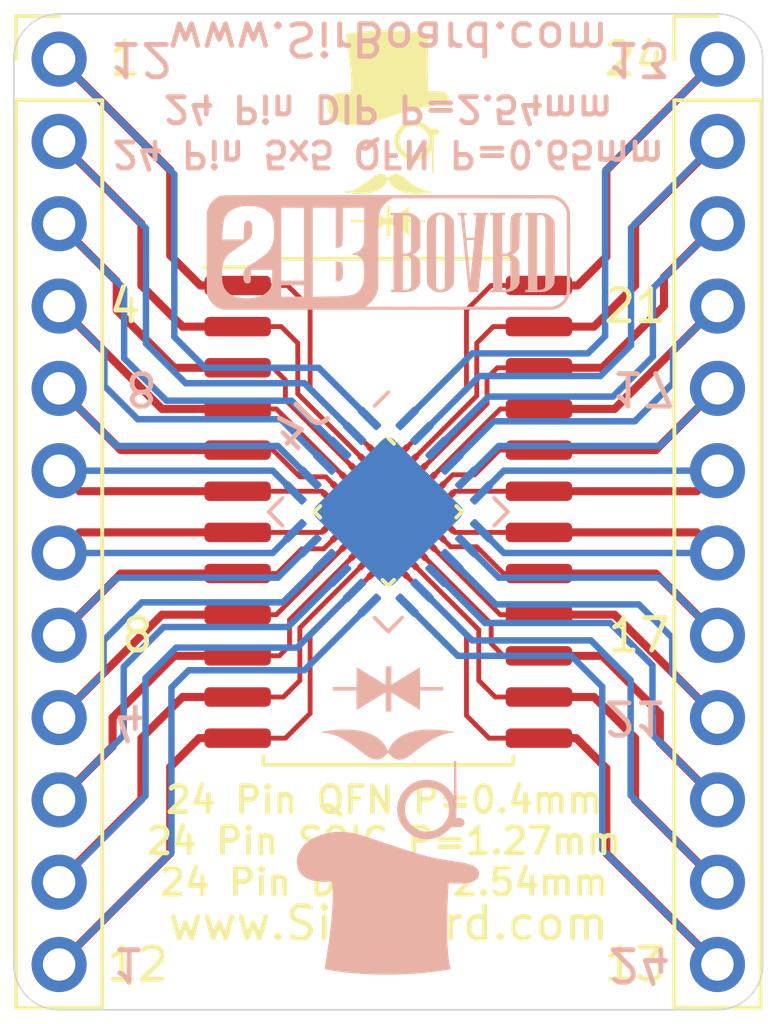
<source format=kicad_pcb>
(kicad_pcb (version 20171130) (host pcbnew "(5.1.2)-2")

  (general
    (thickness 1.6)
    (drawings 31)
    (tracks 268)
    (zones 0)
    (modules 8)
    (nets 25)
  )

  (page A4)
  (layers
    (0 F.Cu signal)
    (31 B.Cu signal hide)
    (32 B.Adhes user hide)
    (33 F.Adhes user hide)
    (34 B.Paste user hide)
    (35 F.Paste user)
    (36 B.SilkS user)
    (37 F.SilkS user hide)
    (38 B.Mask user hide)
    (39 F.Mask user hide)
    (40 Dwgs.User user hide)
    (41 Cmts.User user hide)
    (42 Eco1.User user hide)
    (43 Eco2.User user hide)
    (44 Edge.Cuts user)
    (45 Margin user hide)
    (46 B.CrtYd user hide)
    (47 F.CrtYd user hide)
    (48 B.Fab user hide)
    (49 F.Fab user hide)
  )

  (setup
    (last_trace_width 0.2)
    (user_trace_width 0.15)
    (user_trace_width 0.2)
    (user_trace_width 0.25)
    (trace_clearance 0.127)
    (zone_clearance 0.508)
    (zone_45_only no)
    (trace_min 0.127)
    (via_size 0.8)
    (via_drill 0.4)
    (via_min_size 0.4)
    (via_min_drill 0.3)
    (uvia_size 0.3)
    (uvia_drill 0.1)
    (uvias_allowed no)
    (uvia_min_size 0.2)
    (uvia_min_drill 0.1)
    (edge_width 0.05)
    (segment_width 0.2)
    (pcb_text_width 0.3)
    (pcb_text_size 1.5 1.5)
    (mod_edge_width 0.12)
    (mod_text_size 1 1)
    (mod_text_width 0.15)
    (pad_size 1.7 1.7)
    (pad_drill 1)
    (pad_to_mask_clearance 0.051)
    (solder_mask_min_width 0.25)
    (aux_axis_origin 0 0)
    (visible_elements 7FFFFFFF)
    (pcbplotparams
      (layerselection 0x010fc_ffffffff)
      (usegerberextensions false)
      (usegerberattributes false)
      (usegerberadvancedattributes false)
      (creategerberjobfile false)
      (excludeedgelayer true)
      (linewidth 0.100000)
      (plotframeref false)
      (viasonmask false)
      (mode 1)
      (useauxorigin false)
      (hpglpennumber 1)
      (hpglpenspeed 20)
      (hpglpendiameter 15.000000)
      (psnegative false)
      (psa4output false)
      (plotreference true)
      (plotvalue true)
      (plotinvisibletext false)
      (padsonsilk false)
      (subtractmaskfromsilk false)
      (outputformat 1)
      (mirror false)
      (drillshape 1)
      (scaleselection 1)
      (outputdirectory ""))
  )

  (net 0 "")
  (net 1 "Net-(J1-Pad12)")
  (net 2 "Net-(J1-Pad11)")
  (net 3 "Net-(J1-Pad10)")
  (net 4 "Net-(J1-Pad9)")
  (net 5 "Net-(J1-Pad8)")
  (net 6 "Net-(J1-Pad7)")
  (net 7 "Net-(J1-Pad6)")
  (net 8 "Net-(J1-Pad5)")
  (net 9 "Net-(J1-Pad4)")
  (net 10 "Net-(J1-Pad3)")
  (net 11 "Net-(J1-Pad2)")
  (net 12 "Net-(J1-Pad1)")
  (net 13 "Net-(J2-Pad24)")
  (net 14 "Net-(J2-Pad23)")
  (net 15 "Net-(J2-Pad22)")
  (net 16 "Net-(J2-Pad21)")
  (net 17 "Net-(J2-Pad20)")
  (net 18 "Net-(J2-Pad19)")
  (net 19 "Net-(J2-Pad18)")
  (net 20 "Net-(J2-Pad17)")
  (net 21 "Net-(J2-Pad16)")
  (net 22 "Net-(J2-Pad15)")
  (net 23 "Net-(J2-Pad14)")
  (net 24 "Net-(J2-Pad13)")

  (net_class Default "This is the default net class."
    (clearance 0.127)
    (trace_width 0.127)
    (via_dia 0.8)
    (via_drill 0.4)
    (uvia_dia 0.3)
    (uvia_drill 0.1)
    (add_net "Net-(J1-Pad1)")
    (add_net "Net-(J1-Pad10)")
    (add_net "Net-(J1-Pad11)")
    (add_net "Net-(J1-Pad12)")
    (add_net "Net-(J1-Pad2)")
    (add_net "Net-(J1-Pad3)")
    (add_net "Net-(J1-Pad4)")
    (add_net "Net-(J1-Pad5)")
    (add_net "Net-(J1-Pad6)")
    (add_net "Net-(J1-Pad7)")
    (add_net "Net-(J1-Pad8)")
    (add_net "Net-(J1-Pad9)")
    (add_net "Net-(J2-Pad13)")
    (add_net "Net-(J2-Pad14)")
    (add_net "Net-(J2-Pad15)")
    (add_net "Net-(J2-Pad16)")
    (add_net "Net-(J2-Pad17)")
    (add_net "Net-(J2-Pad18)")
    (add_net "Net-(J2-Pad19)")
    (add_net "Net-(J2-Pad20)")
    (add_net "Net-(J2-Pad21)")
    (add_net "Net-(J2-Pad22)")
    (add_net "Net-(J2-Pad23)")
    (add_net "Net-(J2-Pad24)")
  )

  (module logo:logo63x89 (layer F.Cu) (tedit 0) (tstamp 5D373F6B)
    (at 198.12 110.236)
    (fp_text reference G*** (at 0 0) (layer F.SilkS) hide
      (effects (font (size 1.524 1.524) (thickness 0.3)))
    )
    (fp_text value LOGO (at 0.75 0) (layer F.SilkS) hide
      (effects (font (size 1.524 1.524) (thickness 0.3)))
    )
    (fp_poly (pts (xy 0.294608 -3.163061) (xy 0.571806 -3.147075) (xy 0.845525 -3.12179) (xy 1.112846 -3.087234)
      (xy 1.1557 -3.080712) (xy 1.205559 -3.073027) (xy 1.240937 -3.067267) (xy 1.26402 -3.062384)
      (xy 1.276999 -3.057331) (xy 1.28206 -3.05106) (xy 1.281394 -3.042525) (xy 1.277187 -3.030677)
      (xy 1.274652 -3.023788) (xy 1.26104 -2.975414) (xy 1.248531 -2.91085) (xy 1.237236 -2.830812)
      (xy 1.227262 -2.736013) (xy 1.223018 -2.686005) (xy 1.218452 -2.613652) (xy 1.214914 -2.526733)
      (xy 1.212387 -2.427586) (xy 1.210853 -2.318547) (xy 1.210297 -2.201952) (xy 1.210701 -2.080137)
      (xy 1.212048 -1.955439) (xy 1.214321 -1.830193) (xy 1.217504 -1.706737) (xy 1.221579 -1.587406)
      (xy 1.226531 -1.474536) (xy 1.232341 -1.370465) (xy 1.232537 -1.367366) (xy 1.237378 -1.291166)
      (xy 1.389606 -1.293975) (xy 1.494696 -1.293609) (xy 1.584608 -1.288254) (xy 1.660385 -1.277783)
      (xy 1.723067 -1.262072) (xy 1.755989 -1.249565) (xy 1.802744 -1.224372) (xy 1.834625 -1.195291)
      (xy 1.853673 -1.159268) (xy 1.861927 -1.113251) (xy 1.862666 -1.089911) (xy 1.86176 -1.058721)
      (xy 1.857543 -1.037582) (xy 1.847767 -1.019644) (xy 1.833954 -1.002437) (xy 1.805293 -0.974383)
      (xy 1.769206 -0.949262) (xy 1.724366 -0.926655) (xy 1.669445 -0.906139) (xy 1.603117 -0.887293)
      (xy 1.524056 -0.869697) (xy 1.430934 -0.852929) (xy 1.322424 -0.836569) (xy 1.302958 -0.83388)
      (xy 1.134803 -0.808425) (xy 0.976069 -0.778909) (xy 0.819435 -0.7438) (xy 0.657581 -0.701565)
      (xy 0.618066 -0.690459) (xy 0.589196 -0.681835) (xy 0.546072 -0.668389) (xy 0.49049 -0.650709)
      (xy 0.42424 -0.629383) (xy 0.349117 -0.604999) (xy 0.266914 -0.578144) (xy 0.179423 -0.549409)
      (xy 0.088438 -0.519379) (xy -0.004248 -0.488643) (xy -0.096842 -0.45779) (xy -0.187552 -0.427408)
      (xy -0.274583 -0.398084) (xy -0.311148 -0.385703) (xy -0.396359 -0.356954) (xy -0.467901 -0.333229)
      (xy -0.528062 -0.313876) (xy -0.579127 -0.298245) (xy -0.623382 -0.285683) (xy -0.663113 -0.275541)
      (xy -0.700606 -0.267166) (xy -0.738148 -0.259907) (xy -0.7747 -0.253655) (xy -0.826831 -0.246959)
      (xy -0.887987 -0.241974) (xy -0.953191 -0.238851) (xy -1.017467 -0.237737) (xy -1.075838 -0.238783)
      (xy -1.123326 -0.242138) (xy -1.130301 -0.242994) (xy -1.268862 -0.267698) (xy -1.394466 -0.303136)
      (xy -1.507331 -0.349409) (xy -1.607673 -0.406613) (xy -1.695713 -0.474848) (xy -1.739521 -0.5177)
      (xy -1.796628 -0.586461) (xy -1.837976 -0.655473) (xy -1.864599 -0.727169) (xy -1.87753 -0.803983)
      (xy -1.879187 -0.846667) (xy -1.872156 -0.931089) (xy -1.851093 -1.006044) (xy -1.816039 -1.071479)
      (xy -1.767038 -1.12734) (xy -1.704132 -1.173574) (xy -1.627363 -1.210127) (xy -1.57474 -1.22737)
      (xy -1.515249 -1.240471) (xy -1.444985 -1.250129) (xy -1.36985 -1.255855) (xy -1.295745 -1.257161)
      (xy -1.24315 -1.25485) (xy -1.161266 -1.248521) (xy -1.156405 -1.272826) (xy -1.146634 -1.339587)
      (xy -1.140746 -1.421782) (xy -1.13866 -1.518384) (xy -1.140292 -1.628364) (xy -1.145562 -1.750694)
      (xy -1.154386 -1.884346) (xy -1.166683 -2.028293) (xy -1.18237 -2.181505) (xy -1.201366 -2.342956)
      (xy -1.223587 -2.511616) (xy -1.248953 -2.686459) (xy -1.27738 -2.866455) (xy -1.289639 -2.939955)
      (xy -1.297329 -2.98647) (xy -1.302067 -3.018943) (xy -1.303992 -3.039982) (xy -1.303242 -3.052193)
      (xy -1.299955 -3.058185) (xy -1.296017 -3.060135) (xy -1.279578 -3.063759) (xy -1.249509 -3.069312)
      (xy -1.208934 -3.076274) (xy -1.160979 -3.084127) (xy -1.108768 -3.092349) (xy -1.055427 -3.100421)
      (xy -1.0414 -3.102484) (xy -0.790594 -3.13343) (xy -0.52867 -3.154932) (xy -0.258549 -3.167018)
      (xy 0.01685 -3.169718) (xy 0.294608 -3.163061)) (layer F.SilkS) (width 0.01))
    (fp_poly (pts (xy 0.848142 -0.381208) (xy 0.909974 -0.374338) (xy 0.934034 -0.369465) (xy 1.017983 -0.342044)
      (xy 1.100067 -0.301697) (xy 1.175818 -0.2511) (xy 1.240767 -0.192927) (xy 1.254901 -0.177389)
      (xy 1.291166 -0.135658) (xy 1.398983 -0.135562) (xy 1.443468 -0.135405) (xy 1.474472 -0.134605)
      (xy 1.495444 -0.13253) (xy 1.509835 -0.128549) (xy 1.521097 -0.12203) (xy 1.53268 -0.11234)
      (xy 1.534449 -0.110761) (xy 1.551614 -0.093071) (xy 1.559753 -0.075496) (xy 1.562058 -0.050321)
      (xy 1.5621 -0.043917) (xy 1.556852 -0.006725) (xy 1.540371 0.020557) (xy 1.511555 0.038696)
      (xy 1.469297 0.048458) (xy 1.425756 0.050753) (xy 1.382547 0.0508) (xy 1.392651 0.091017)
      (xy 1.394827 0.104575) (xy 1.396619 0.127004) (xy 1.398036 0.159252) (xy 1.399089 0.202264)
      (xy 1.399787 0.256988) (xy 1.400142 0.32437) (xy 1.400161 0.405357) (xy 1.399856 0.500895)
      (xy 1.399237 0.611932) (xy 1.3988 0.675217) (xy 1.394844 1.2192) (xy 1.354846 1.2192)
      (xy 1.352639 0.853017) (xy 1.350433 0.486834) (xy 1.323709 0.5334) (xy 1.268153 0.614049)
      (xy 1.201861 0.682866) (xy 1.126597 0.739441) (xy 1.044125 0.783366) (xy 0.95621 0.814232)
      (xy 0.864614 0.83163) (xy 0.771102 0.835151) (xy 0.677439 0.824386) (xy 0.585387 0.798926)
      (xy 0.496711 0.758362) (xy 0.457199 0.734293) (xy 0.43476 0.717239) (xy 0.405345 0.691851)
      (xy 0.373526 0.662177) (xy 0.354966 0.643778) (xy 0.291916 0.567767) (xy 0.243074 0.483091)
      (xy 0.208964 0.391057) (xy 0.190109 0.292972) (xy 0.187074 0.237045) (xy 0.338515 0.237045)
      (xy 0.346999 0.315719) (xy 0.369533 0.393307) (xy 0.406698 0.468082) (xy 0.453178 0.5316)
      (xy 0.511858 0.587115) (xy 0.580826 0.630974) (xy 0.657284 0.662271) (xy 0.738436 0.680101)
      (xy 0.821485 0.683557) (xy 0.893233 0.674139) (xy 0.97638 0.647672) (xy 1.051504 0.606843)
      (xy 1.11731 0.552828) (xy 1.172506 0.486803) (xy 1.215799 0.409943) (xy 1.233701 0.364556)
      (xy 1.246135 0.312566) (xy 1.252482 0.251653) (xy 1.252591 0.188644) (xy 1.246309 0.130367)
      (xy 1.239559 0.10102) (xy 1.207396 0.020588) (xy 1.161425 -0.051645) (xy 1.103414 -0.114052)
      (xy 1.03513 -0.165002) (xy 0.95834 -0.202868) (xy 0.88724 -0.223645) (xy 0.841123 -0.232166)
      (xy 0.80434 -0.235913) (xy 0.769985 -0.234914) (xy 0.731153 -0.229197) (xy 0.706966 -0.224384)
      (xy 0.623897 -0.199141) (xy 0.550244 -0.16118) (xy 0.486587 -0.112225) (xy 0.433505 -0.054004)
      (xy 0.391578 0.01176) (xy 0.361384 0.08334) (xy 0.343504 0.15901) (xy 0.338515 0.237045)
      (xy 0.187074 0.237045) (xy 0.186266 0.222173) (xy 0.194445 0.125221) (xy 0.218159 0.032159)
      (xy 0.256171 -0.055462) (xy 0.307244 -0.136093) (xy 0.370142 -0.208183) (xy 0.44363 -0.270183)
      (xy 0.526469 -0.320543) (xy 0.617425 -0.357713) (xy 0.657911 -0.369058) (xy 0.714914 -0.378558)
      (xy 0.780723 -0.382611) (xy 0.848142 -0.381208)) (layer F.SilkS) (width 0.01))
    (fp_poly (pts (xy 0.277666 1.259842) (xy 0.315987 1.270149) (xy 0.340339 1.278993) (xy 0.366514 1.291478)
      (xy 0.396307 1.308801) (xy 0.431509 1.332163) (xy 0.473914 1.362763) (xy 0.525314 1.4018)
      (xy 0.587504 1.450473) (xy 0.598126 1.45888) (xy 0.728848 1.556458) (xy 0.85485 1.638332)
      (xy 0.975991 1.70443) (xy 1.092127 1.754679) (xy 1.203115 1.789008) (xy 1.286187 1.804708)
      (xy 1.317528 1.809142) (xy 1.337997 1.813029) (xy 1.346722 1.816769) (xy 1.342832 1.820765)
      (xy 1.325456 1.825418) (xy 1.293721 1.831128) (xy 1.246758 1.838297) (xy 1.198033 1.845295)
      (xy 1.074247 1.859396) (xy 0.950036 1.866991) (xy 0.828936 1.868099) (xy 0.714487 1.862739)
      (xy 0.610228 1.850933) (xy 0.55862 1.841721) (xy 0.440667 1.81091) (xy 0.334383 1.769725)
      (xy 0.240354 1.718557) (xy 0.159163 1.657792) (xy 0.091397 1.587822) (xy 0.03764 1.509035)
      (xy 0.026212 1.487518) (xy -0.005006 1.425377) (xy -0.028011 1.472572) (xy -0.078998 1.55819)
      (xy -0.143494 1.633714) (xy -0.221328 1.699032) (xy -0.31233 1.754033) (xy -0.416331 1.798603)
      (xy -0.533158 1.832632) (xy -0.593607 1.845163) (xy -0.654366 1.853927) (xy -0.72725 1.860692)
      (xy -0.807546 1.865283) (xy -0.890545 1.867526) (xy -0.971536 1.867244) (xy -1.045807 1.864264)
      (xy -1.066801 1.862759) (xy -1.098101 1.859681) (xy -1.137644 1.854979) (xy -1.18225 1.849124)
      (xy -1.228744 1.842589) (xy -1.273947 1.835846) (xy -1.314683 1.829367) (xy -1.347774 1.823625)
      (xy -1.370043 1.819093) (xy -1.37817 1.816474) (xy -1.371708 1.814576) (xy -1.35252 1.811726)
      (xy -1.324741 1.808537) (xy -1.324373 1.808499) (xy -1.231302 1.79363) (xy -1.136422 1.767618)
      (xy -1.03867 1.729922) (xy -0.936985 1.68) (xy -0.830304 1.617311) (xy -0.717565 1.541314)
      (xy -0.597705 1.451466) (xy -0.550334 1.413791) (xy -0.495945 1.370673) (xy -0.451376 1.337332)
      (xy -0.413971 1.312099) (xy -0.381075 1.293304) (xy -0.350029 1.279275) (xy -0.319827 1.26884)
      (xy -0.253545 1.256661) (xy -0.190402 1.261014) (xy -0.131226 1.281656) (xy -0.076844 1.318343)
      (xy -0.045611 1.349367) (xy -0.006623 1.393588) (xy 0.045372 1.341637) (xy 0.083566 1.30709)
      (xy 0.118925 1.283687) (xy 0.146367 1.271376) (xy 0.191459 1.257917) (xy 0.233095 1.254088)
      (xy 0.277666 1.259842)) (layer F.SilkS) (width 0.01))
    (fp_poly (pts (xy 0.059266 2.439106) (xy 0.059544 2.494396) (xy 0.060322 2.543378) (xy 0.06152 2.583738)
      (xy 0.063058 2.613161) (xy 0.064853 2.629334) (xy 0.066003 2.631722) (xy 0.074999 2.626632)
      (xy 0.096134 2.614093) (xy 0.1271 2.595493) (xy 0.165591 2.572217) (xy 0.2093 2.545652)
      (xy 0.216287 2.541394) (xy 0.274245 2.506062) (xy 0.340354 2.46576) (xy 0.408304 2.424335)
      (xy 0.471786 2.385633) (xy 0.503766 2.366135) (xy 0.647699 2.278382) (xy 0.649969 2.476925)
      (xy 0.652239 2.675467) (xy 1.126066 2.675467) (xy 1.126066 2.7432) (xy 0.652234 2.7432)
      (xy 0.649967 2.945489) (xy 0.647699 3.147778) (xy 0.50722 3.061906) (xy 0.45154 3.027867)
      (xy 0.38731 2.988597) (xy 0.320426 2.9477) (xy 0.256782 2.908781) (xy 0.217925 2.885017)
      (xy 0.172985 2.857671) (xy 0.133011 2.833613) (xy 0.100222 2.814155) (xy 0.076835 2.800612)
      (xy 0.065069 2.794296) (xy 0.064188 2.794) (xy 0.062758 2.802064) (xy 0.061492 2.824644)
      (xy 0.060452 2.859324) (xy 0.059704 2.903687) (xy 0.05931 2.955317) (xy 0.059266 2.980267)
      (xy 0.059266 3.166533) (xy -0.050483 3.166533) (xy -0.052758 2.976146) (xy -0.055034 2.785759)
      (xy -0.14069 2.839341) (xy -0.175231 2.860812) (xy -0.205207 2.879194) (xy -0.227316 2.892477)
      (xy -0.238056 2.89856) (xy -0.248122 2.904332) (xy -0.270621 2.91778) (xy -0.303571 2.9377)
      (xy -0.344987 2.962888) (xy -0.392885 2.992139) (xy -0.445281 3.024251) (xy -0.448734 3.026371)
      (xy -0.6477 3.148546) (xy -0.649968 2.945873) (xy -0.652235 2.7432) (xy -1.143001 2.7432)
      (xy -1.143001 2.675467) (xy -0.651934 2.675467) (xy -0.651934 2.4765) (xy -0.651794 2.420486)
      (xy -0.651402 2.370572) (xy -0.650798 2.329099) (xy -0.650023 2.298402) (xy -0.649116 2.280822)
      (xy -0.648493 2.277533) (xy -0.640429 2.28172) (xy -0.620666 2.293209) (xy -0.591907 2.310399)
      (xy -0.556855 2.331683) (xy -0.544777 2.339082) (xy -0.500282 2.366345) (xy -0.447084 2.398868)
      (xy -0.390955 2.433126) (xy -0.33767 2.465592) (xy -0.321734 2.475287) (xy -0.273836 2.504453)
      (xy -0.224247 2.534712) (xy -0.17765 2.563203) (xy -0.138726 2.587066) (xy -0.124884 2.59558)
      (xy -0.0508 2.641214) (xy -0.0508 2.243667) (xy 0.059266 2.243667) (xy 0.059266 2.439106)) (layer F.SilkS) (width 0.01))
  )

  (module Connector_PinHeader_2.54mm:PinHeader_1x12_P2.54mm_Vertical (layer F.Cu) (tedit 5D36CAB5) (tstamp 5D36D5DC)
    (at 208.28 107.95)
    (descr "Through hole straight pin header, 1x12, 2.54mm pitch, single row")
    (tags "Through hole pin header THT 1x12 2.54mm single row")
    (path /5D373AE3)
    (fp_text reference J5 (at 0 -2.33) (layer F.SilkS) hide
      (effects (font (size 1 1) (thickness 0.15)))
    )
    (fp_text value Conn_01x12 (at 0 30.27) (layer F.Fab)
      (effects (font (size 1 1) (thickness 0.15)))
    )
    (fp_text user %R (at 0 13.97 90) (layer F.Fab)
      (effects (font (size 1 1) (thickness 0.15)))
    )
    (fp_line (start 1.8 -1.8) (end -1.8 -1.8) (layer F.CrtYd) (width 0.05))
    (fp_line (start 1.8 29.75) (end 1.8 -1.8) (layer F.CrtYd) (width 0.05))
    (fp_line (start -1.8 29.75) (end 1.8 29.75) (layer F.CrtYd) (width 0.05))
    (fp_line (start -1.8 -1.8) (end -1.8 29.75) (layer F.CrtYd) (width 0.05))
    (fp_line (start -1.33 -1.33) (end 0 -1.33) (layer F.SilkS) (width 0.12))
    (fp_line (start -1.33 0) (end -1.33 -1.33) (layer F.SilkS) (width 0.12))
    (fp_line (start -1.33 1.27) (end 1.33 1.27) (layer F.SilkS) (width 0.12))
    (fp_line (start 1.33 1.27) (end 1.33 29.27) (layer F.SilkS) (width 0.12))
    (fp_line (start -1.33 1.27) (end -1.33 29.27) (layer F.SilkS) (width 0.12))
    (fp_line (start -1.33 29.27) (end 1.33 29.27) (layer F.SilkS) (width 0.12))
    (fp_line (start -1.27 -0.635) (end -0.635 -1.27) (layer F.Fab) (width 0.1))
    (fp_line (start -1.27 29.21) (end -1.27 -0.635) (layer F.Fab) (width 0.1))
    (fp_line (start 1.27 29.21) (end -1.27 29.21) (layer F.Fab) (width 0.1))
    (fp_line (start 1.27 -1.27) (end 1.27 29.21) (layer F.Fab) (width 0.1))
    (fp_line (start -0.635 -1.27) (end 1.27 -1.27) (layer F.Fab) (width 0.1))
    (pad 12 thru_hole oval (at 0 27.94) (size 1.7 1.7) (drill 1) (layers *.Cu *.Mask)
      (net 24 "Net-(J2-Pad13)"))
    (pad 11 thru_hole oval (at 0 25.4) (size 1.7 1.7) (drill 1) (layers *.Cu *.Mask)
      (net 23 "Net-(J2-Pad14)"))
    (pad 10 thru_hole oval (at 0 22.86) (size 1.7 1.7) (drill 1) (layers *.Cu *.Mask)
      (net 22 "Net-(J2-Pad15)"))
    (pad 9 thru_hole oval (at 0 20.32) (size 1.7 1.7) (drill 1) (layers *.Cu *.Mask)
      (net 21 "Net-(J2-Pad16)"))
    (pad 8 thru_hole oval (at 0 17.78) (size 1.7 1.7) (drill 1) (layers *.Cu *.Mask)
      (net 20 "Net-(J2-Pad17)"))
    (pad 7 thru_hole oval (at 0 15.24) (size 1.7 1.7) (drill 1) (layers *.Cu *.Mask)
      (net 19 "Net-(J2-Pad18)"))
    (pad 6 thru_hole oval (at 0 12.7) (size 1.7 1.7) (drill 1) (layers *.Cu *.Mask)
      (net 18 "Net-(J2-Pad19)"))
    (pad 5 thru_hole oval (at 0 10.16) (size 1.7 1.7) (drill 1) (layers *.Cu *.Mask)
      (net 17 "Net-(J2-Pad20)"))
    (pad 4 thru_hole oval (at 0 7.62) (size 1.7 1.7) (drill 1) (layers *.Cu *.Mask)
      (net 16 "Net-(J2-Pad21)"))
    (pad 3 thru_hole oval (at 0 5.08) (size 1.7 1.7) (drill 1) (layers *.Cu *.Mask)
      (net 15 "Net-(J2-Pad22)"))
    (pad 2 thru_hole oval (at 0 2.54) (size 1.7 1.7) (drill 1) (layers *.Cu *.Mask)
      (net 14 "Net-(J2-Pad23)"))
    (pad 1 thru_hole circle (at 0 0) (size 1.7 1.7) (drill 1) (layers *.Cu *.Mask)
      (net 13 "Net-(J2-Pad24)"))
    (model ${KISYS3DMOD}/Connector_PinHeader_2.54mm.3dshapes/PinHeader_1x12_P2.54mm_Vertical.wrl
      (at (xyz 0 0 0))
      (scale (xyz 1 1 1))
      (rotate (xyz 0 0 0))
    )
  )

  (module Package_DFN_QFN:QFN-24-1EP_5x5mm_P0.65mm_EP3.4x3.4mm (layer B.Cu) (tedit 5C1FD453) (tstamp 5D36D5BC)
    (at 198.12 121.92 225)
    (descr "QFN, 24 Pin (http://www.thatcorp.com/datashts/THAT_5173_Datasheet.pdf#page=17), generated with kicad-footprint-generator ipc_dfn_qfn_generator.py")
    (tags "QFN DFN_QFN")
    (path /5D376A89)
    (attr smd)
    (fp_text reference J4 (at 0 3.82 45) (layer B.SilkS)
      (effects (font (size 1 1) (thickness 0.15)) (justify mirror))
    )
    (fp_text value Conn_02x12_Counter_Clockwise (at 0 -3.82 45) (layer B.Fab)
      (effects (font (size 1 1) (thickness 0.15)) (justify mirror))
    )
    (fp_text user %R (at 0 0 45) (layer B.Fab)
      (effects (font (size 1 1) (thickness 0.15)) (justify mirror))
    )
    (fp_line (start 3.12 3.12) (end -3.12 3.12) (layer B.CrtYd) (width 0.05))
    (fp_line (start 3.12 -3.12) (end 3.12 3.12) (layer B.CrtYd) (width 0.05))
    (fp_line (start -3.12 -3.12) (end 3.12 -3.12) (layer B.CrtYd) (width 0.05))
    (fp_line (start -3.12 3.12) (end -3.12 -3.12) (layer B.CrtYd) (width 0.05))
    (fp_line (start -2.5 1.5) (end -1.5 2.5) (layer B.Fab) (width 0.1))
    (fp_line (start -2.5 -2.5) (end -2.5 1.5) (layer B.Fab) (width 0.1))
    (fp_line (start 2.5 -2.5) (end -2.5 -2.5) (layer B.Fab) (width 0.1))
    (fp_line (start 2.5 2.5) (end 2.5 -2.5) (layer B.Fab) (width 0.1))
    (fp_line (start -1.5 2.5) (end 2.5 2.5) (layer B.Fab) (width 0.1))
    (fp_line (start -2.01 2.61) (end -2.61 2.61) (layer B.SilkS) (width 0.12))
    (fp_line (start 2.61 -2.61) (end 2.61 -2.01) (layer B.SilkS) (width 0.12))
    (fp_line (start 2.01 -2.61) (end 2.61 -2.61) (layer B.SilkS) (width 0.12))
    (fp_line (start -2.61 -2.61) (end -2.61 -2.01) (layer B.SilkS) (width 0.12))
    (fp_line (start -2.01 -2.61) (end -2.61 -2.61) (layer B.SilkS) (width 0.12))
    (fp_line (start 2.61 2.61) (end 2.61 2.01) (layer B.SilkS) (width 0.12))
    (fp_line (start 2.01 2.61) (end 2.61 2.61) (layer B.SilkS) (width 0.12))
    (pad 24 smd roundrect (at -1.625 2.45 225) (size 0.25 0.85) (layers B.Cu B.Paste B.Mask) (roundrect_rratio 0.25)
      (net 12 "Net-(J1-Pad1)"))
    (pad 23 smd roundrect (at -0.975 2.45 225) (size 0.25 0.85) (layers B.Cu B.Paste B.Mask) (roundrect_rratio 0.25)
      (net 11 "Net-(J1-Pad2)"))
    (pad 22 smd roundrect (at -0.325 2.45 225) (size 0.25 0.85) (layers B.Cu B.Paste B.Mask) (roundrect_rratio 0.25)
      (net 10 "Net-(J1-Pad3)"))
    (pad 21 smd roundrect (at 0.325 2.45 225) (size 0.25 0.85) (layers B.Cu B.Paste B.Mask) (roundrect_rratio 0.25)
      (net 9 "Net-(J1-Pad4)"))
    (pad 20 smd roundrect (at 0.975 2.45 225) (size 0.25 0.85) (layers B.Cu B.Paste B.Mask) (roundrect_rratio 0.25)
      (net 8 "Net-(J1-Pad5)"))
    (pad 19 smd roundrect (at 1.625 2.45 225) (size 0.25 0.85) (layers B.Cu B.Paste B.Mask) (roundrect_rratio 0.25)
      (net 7 "Net-(J1-Pad6)"))
    (pad 18 smd roundrect (at 2.45 1.625 225) (size 0.85 0.25) (layers B.Cu B.Paste B.Mask) (roundrect_rratio 0.25)
      (net 6 "Net-(J1-Pad7)"))
    (pad 17 smd roundrect (at 2.45 0.975 225) (size 0.85 0.25) (layers B.Cu B.Paste B.Mask) (roundrect_rratio 0.25)
      (net 5 "Net-(J1-Pad8)"))
    (pad 16 smd roundrect (at 2.45 0.325 225) (size 0.85 0.25) (layers B.Cu B.Paste B.Mask) (roundrect_rratio 0.25)
      (net 4 "Net-(J1-Pad9)"))
    (pad 15 smd roundrect (at 2.45 -0.325 225) (size 0.85 0.25) (layers B.Cu B.Paste B.Mask) (roundrect_rratio 0.25)
      (net 3 "Net-(J1-Pad10)"))
    (pad 14 smd roundrect (at 2.45 -0.975 225) (size 0.85 0.25) (layers B.Cu B.Paste B.Mask) (roundrect_rratio 0.25)
      (net 2 "Net-(J1-Pad11)"))
    (pad 13 smd roundrect (at 2.45 -1.625 225) (size 0.85 0.25) (layers B.Cu B.Paste B.Mask) (roundrect_rratio 0.25)
      (net 1 "Net-(J1-Pad12)"))
    (pad 12 smd roundrect (at 1.625 -2.45 225) (size 0.25 0.85) (layers B.Cu B.Paste B.Mask) (roundrect_rratio 0.25)
      (net 24 "Net-(J2-Pad13)"))
    (pad 11 smd roundrect (at 0.975 -2.45 225) (size 0.25 0.85) (layers B.Cu B.Paste B.Mask) (roundrect_rratio 0.25)
      (net 23 "Net-(J2-Pad14)"))
    (pad 10 smd roundrect (at 0.325 -2.45 225) (size 0.25 0.85) (layers B.Cu B.Paste B.Mask) (roundrect_rratio 0.25)
      (net 22 "Net-(J2-Pad15)"))
    (pad 9 smd roundrect (at -0.325 -2.45 225) (size 0.25 0.85) (layers B.Cu B.Paste B.Mask) (roundrect_rratio 0.25)
      (net 21 "Net-(J2-Pad16)"))
    (pad 8 smd roundrect (at -0.975 -2.45 225) (size 0.25 0.85) (layers B.Cu B.Paste B.Mask) (roundrect_rratio 0.25)
      (net 20 "Net-(J2-Pad17)"))
    (pad 7 smd roundrect (at -1.625 -2.45 225) (size 0.25 0.85) (layers B.Cu B.Paste B.Mask) (roundrect_rratio 0.25)
      (net 19 "Net-(J2-Pad18)"))
    (pad 6 smd roundrect (at -2.45 -1.625 225) (size 0.85 0.25) (layers B.Cu B.Paste B.Mask) (roundrect_rratio 0.25)
      (net 18 "Net-(J2-Pad19)"))
    (pad 5 smd roundrect (at -2.45 -0.975 225) (size 0.85 0.25) (layers B.Cu B.Paste B.Mask) (roundrect_rratio 0.25)
      (net 17 "Net-(J2-Pad20)"))
    (pad 4 smd roundrect (at -2.45 -0.325 225) (size 0.85 0.25) (layers B.Cu B.Paste B.Mask) (roundrect_rratio 0.25)
      (net 16 "Net-(J2-Pad21)"))
    (pad 3 smd roundrect (at -2.45 0.325 225) (size 0.85 0.25) (layers B.Cu B.Paste B.Mask) (roundrect_rratio 0.25)
      (net 15 "Net-(J2-Pad22)"))
    (pad 2 smd roundrect (at -2.45 0.975 225) (size 0.85 0.25) (layers B.Cu B.Paste B.Mask) (roundrect_rratio 0.25)
      (net 14 "Net-(J2-Pad23)"))
    (pad 1 smd roundrect (at -2.45 1.625 225) (size 0.85 0.25) (layers B.Cu B.Paste B.Mask) (roundrect_rratio 0.25)
      (net 13 "Net-(J2-Pad24)"))
    (pad "" smd roundrect (at 0.85 -0.85 225) (size 1.37 1.37) (layers B.Paste) (roundrect_rratio 0.182482))
    (pad "" smd roundrect (at 0.85 0.85 225) (size 1.37 1.37) (layers B.Paste) (roundrect_rratio 0.182482))
    (pad "" smd roundrect (at -0.85 -0.85 225) (size 1.37 1.37) (layers B.Paste) (roundrect_rratio 0.182482))
    (pad "" smd roundrect (at -0.85 0.85 225) (size 1.37 1.37) (layers B.Paste) (roundrect_rratio 0.182482))
    (pad 25 smd roundrect (at 0 0 225) (size 3.4 3.4) (layers B.Cu B.Mask) (roundrect_rratio 0.073529))
    (model ${KISYS3DMOD}/Package_DFN_QFN.3dshapes/QFN-24-1EP_5x5mm_P0.65mm_EP3.4x3.4mm.wrl
      (at (xyz 0 0 0))
      (scale (xyz 1 1 1))
      (rotate (xyz 0 0 0))
    )
  )

  (module Package_SO:SOIC-24W_7.5x15.4mm_P1.27mm (layer F.Cu) (tedit 5C97300E) (tstamp 5D36D58A)
    (at 198.12 121.92)
    (descr "SOIC, 24 Pin (JEDEC MS-013AD, https://www.analog.com/media/en/package-pcb-resources/package/pkg_pdf/soic_wide-rw/RW_24.pdf), generated with kicad-footprint-generator ipc_gullwing_generator.py")
    (tags "SOIC SO")
    (path /5D379B2C)
    (attr smd)
    (fp_text reference J3 (at 0 -8.65) (layer F.SilkS) hide
      (effects (font (size 1 1) (thickness 0.15)))
    )
    (fp_text value Conn_02x12_Counter_Clockwise (at 0 8.65) (layer F.Fab)
      (effects (font (size 1 1) (thickness 0.15)))
    )
    (fp_text user %R (at 0 0) (layer F.Fab)
      (effects (font (size 1 1) (thickness 0.15)))
    )
    (fp_line (start 5.93 -7.95) (end -5.93 -7.95) (layer F.CrtYd) (width 0.05))
    (fp_line (start 5.93 7.95) (end 5.93 -7.95) (layer F.CrtYd) (width 0.05))
    (fp_line (start -5.93 7.95) (end 5.93 7.95) (layer F.CrtYd) (width 0.05))
    (fp_line (start -5.93 -7.95) (end -5.93 7.95) (layer F.CrtYd) (width 0.05))
    (fp_line (start -3.75 -6.7) (end -2.75 -7.7) (layer F.Fab) (width 0.1))
    (fp_line (start -3.75 7.7) (end -3.75 -6.7) (layer F.Fab) (width 0.1))
    (fp_line (start 3.75 7.7) (end -3.75 7.7) (layer F.Fab) (width 0.1))
    (fp_line (start 3.75 -7.7) (end 3.75 7.7) (layer F.Fab) (width 0.1))
    (fp_line (start -2.75 -7.7) (end 3.75 -7.7) (layer F.Fab) (width 0.1))
    (fp_line (start -3.86 -7.545) (end -5.675 -7.545) (layer F.SilkS) (width 0.12))
    (fp_line (start -3.86 -7.81) (end -3.86 -7.545) (layer F.SilkS) (width 0.12))
    (fp_line (start 0 -7.81) (end -3.86 -7.81) (layer F.SilkS) (width 0.12))
    (fp_line (start 3.86 -7.81) (end 3.86 -7.545) (layer F.SilkS) (width 0.12))
    (fp_line (start 0 -7.81) (end 3.86 -7.81) (layer F.SilkS) (width 0.12))
    (fp_line (start -3.86 7.81) (end -3.86 7.545) (layer F.SilkS) (width 0.12))
    (fp_line (start 0 7.81) (end -3.86 7.81) (layer F.SilkS) (width 0.12))
    (fp_line (start 3.86 7.81) (end 3.86 7.545) (layer F.SilkS) (width 0.12))
    (fp_line (start 0 7.81) (end 3.86 7.81) (layer F.SilkS) (width 0.12))
    (pad 24 smd roundrect (at 4.65 -6.985) (size 2.05 0.6) (layers F.Cu F.Paste F.Mask) (roundrect_rratio 0.25)
      (net 13 "Net-(J2-Pad24)"))
    (pad 23 smd roundrect (at 4.65 -5.715) (size 2.05 0.6) (layers F.Cu F.Paste F.Mask) (roundrect_rratio 0.25)
      (net 14 "Net-(J2-Pad23)"))
    (pad 22 smd roundrect (at 4.65 -4.445) (size 2.05 0.6) (layers F.Cu F.Paste F.Mask) (roundrect_rratio 0.25)
      (net 15 "Net-(J2-Pad22)"))
    (pad 21 smd roundrect (at 4.65 -3.175) (size 2.05 0.6) (layers F.Cu F.Paste F.Mask) (roundrect_rratio 0.25)
      (net 16 "Net-(J2-Pad21)"))
    (pad 20 smd roundrect (at 4.65 -1.905) (size 2.05 0.6) (layers F.Cu F.Paste F.Mask) (roundrect_rratio 0.25)
      (net 17 "Net-(J2-Pad20)"))
    (pad 19 smd roundrect (at 4.65 -0.635) (size 2.05 0.6) (layers F.Cu F.Paste F.Mask) (roundrect_rratio 0.25)
      (net 18 "Net-(J2-Pad19)"))
    (pad 18 smd roundrect (at 4.65 0.635) (size 2.05 0.6) (layers F.Cu F.Paste F.Mask) (roundrect_rratio 0.25)
      (net 19 "Net-(J2-Pad18)"))
    (pad 17 smd roundrect (at 4.65 1.905) (size 2.05 0.6) (layers F.Cu F.Paste F.Mask) (roundrect_rratio 0.25)
      (net 20 "Net-(J2-Pad17)"))
    (pad 16 smd roundrect (at 4.65 3.175) (size 2.05 0.6) (layers F.Cu F.Paste F.Mask) (roundrect_rratio 0.25)
      (net 21 "Net-(J2-Pad16)"))
    (pad 15 smd roundrect (at 4.65 4.445) (size 2.05 0.6) (layers F.Cu F.Paste F.Mask) (roundrect_rratio 0.25)
      (net 22 "Net-(J2-Pad15)"))
    (pad 14 smd roundrect (at 4.65 5.715) (size 2.05 0.6) (layers F.Cu F.Paste F.Mask) (roundrect_rratio 0.25)
      (net 23 "Net-(J2-Pad14)"))
    (pad 13 smd roundrect (at 4.65 6.985) (size 2.05 0.6) (layers F.Cu F.Paste F.Mask) (roundrect_rratio 0.25)
      (net 24 "Net-(J2-Pad13)"))
    (pad 12 smd roundrect (at -4.65 6.985) (size 2.05 0.6) (layers F.Cu F.Paste F.Mask) (roundrect_rratio 0.25)
      (net 1 "Net-(J1-Pad12)"))
    (pad 11 smd roundrect (at -4.65 5.715) (size 2.05 0.6) (layers F.Cu F.Paste F.Mask) (roundrect_rratio 0.25)
      (net 2 "Net-(J1-Pad11)"))
    (pad 10 smd roundrect (at -4.65 4.445) (size 2.05 0.6) (layers F.Cu F.Paste F.Mask) (roundrect_rratio 0.25)
      (net 3 "Net-(J1-Pad10)"))
    (pad 9 smd roundrect (at -4.65 3.175) (size 2.05 0.6) (layers F.Cu F.Paste F.Mask) (roundrect_rratio 0.25)
      (net 4 "Net-(J1-Pad9)"))
    (pad 8 smd roundrect (at -4.65 1.905) (size 2.05 0.6) (layers F.Cu F.Paste F.Mask) (roundrect_rratio 0.25)
      (net 5 "Net-(J1-Pad8)"))
    (pad 7 smd roundrect (at -4.65 0.635) (size 2.05 0.6) (layers F.Cu F.Paste F.Mask) (roundrect_rratio 0.25)
      (net 6 "Net-(J1-Pad7)"))
    (pad 6 smd roundrect (at -4.65 -0.635) (size 2.05 0.6) (layers F.Cu F.Paste F.Mask) (roundrect_rratio 0.25)
      (net 7 "Net-(J1-Pad6)"))
    (pad 5 smd roundrect (at -4.65 -1.905) (size 2.05 0.6) (layers F.Cu F.Paste F.Mask) (roundrect_rratio 0.25)
      (net 8 "Net-(J1-Pad5)"))
    (pad 4 smd roundrect (at -4.65 -3.175) (size 2.05 0.6) (layers F.Cu F.Paste F.Mask) (roundrect_rratio 0.25)
      (net 9 "Net-(J1-Pad4)"))
    (pad 3 smd roundrect (at -4.65 -4.445) (size 2.05 0.6) (layers F.Cu F.Paste F.Mask) (roundrect_rratio 0.25)
      (net 10 "Net-(J1-Pad3)"))
    (pad 2 smd roundrect (at -4.65 -5.715) (size 2.05 0.6) (layers F.Cu F.Paste F.Mask) (roundrect_rratio 0.25)
      (net 11 "Net-(J1-Pad2)"))
    (pad 1 smd roundrect (at -4.65 -6.985) (size 2.05 0.6) (layers F.Cu F.Paste F.Mask) (roundrect_rratio 0.25)
      (net 12 "Net-(J1-Pad1)"))
    (model ${KISYS3DMOD}/Package_SO.3dshapes/SOIC-24W_7.5x15.4mm_P1.27mm.wrl
      (at (xyz 0 0 0))
      (scale (xyz 1 1 1))
      (rotate (xyz 0 0 0))
    )
  )

  (module Package_DFN_QFN:QFN-24-1EP_3x3mm_P0.4mm_EP1.75x1.6mm (layer F.Cu) (tedit 5C1FD453) (tstamp 5D36D55B)
    (at 198.12 121.92 315)
    (descr "QFN, 24 Pin (https://www.invensense.com/wp-content/uploads/2015/02/PS-MPU-9250A-01-v1.1.pdf#page=39), generated with kicad-footprint-generator ipc_dfn_qfn_generator.py")
    (tags "QFN DFN_QFN")
    (path /5D378DEE)
    (attr smd)
    (fp_text reference J2 (at 0 -2.82 135) (layer F.SilkS) hide
      (effects (font (size 1 1) (thickness 0.15)))
    )
    (fp_text value Conn_02x12_Counter_Clockwise (at 0 2.82 135) (layer F.Fab)
      (effects (font (size 1 1) (thickness 0.15)))
    )
    (fp_text user %R (at 0 0 135) (layer F.Fab)
      (effects (font (size 0.75 0.75) (thickness 0.11)))
    )
    (fp_line (start 2.12 -2.12) (end -2.12 -2.12) (layer F.CrtYd) (width 0.05))
    (fp_line (start 2.12 2.12) (end 2.12 -2.12) (layer F.CrtYd) (width 0.05))
    (fp_line (start -2.12 2.12) (end 2.12 2.12) (layer F.CrtYd) (width 0.05))
    (fp_line (start -2.12 -2.12) (end -2.12 2.12) (layer F.CrtYd) (width 0.05))
    (fp_line (start -1.5 -0.75) (end -0.75 -1.5) (layer F.Fab) (width 0.1))
    (fp_line (start -1.5 1.5) (end -1.5 -0.75) (layer F.Fab) (width 0.1))
    (fp_line (start 1.5 1.5) (end -1.5 1.5) (layer F.Fab) (width 0.1))
    (fp_line (start 1.5 -1.5) (end 1.5 1.5) (layer F.Fab) (width 0.1))
    (fp_line (start -0.75 -1.5) (end 1.5 -1.5) (layer F.Fab) (width 0.1))
    (fp_line (start -1.36 -1.61) (end -1.61 -1.61) (layer F.SilkS) (width 0.12))
    (fp_line (start 1.61 1.61) (end 1.61 1.36) (layer F.SilkS) (width 0.12))
    (fp_line (start 1.36 1.61) (end 1.61 1.61) (layer F.SilkS) (width 0.12))
    (fp_line (start -1.61 1.61) (end -1.61 1.36) (layer F.SilkS) (width 0.12))
    (fp_line (start -1.36 1.61) (end -1.61 1.61) (layer F.SilkS) (width 0.12))
    (fp_line (start 1.61 -1.61) (end 1.61 -1.36) (layer F.SilkS) (width 0.12))
    (fp_line (start 1.36 -1.61) (end 1.61 -1.61) (layer F.SilkS) (width 0.12))
    (pad 24 smd custom (at -1 -1.5 315) (size 0.115147 0.115147) (layers F.Cu F.Paste F.Mask)
      (net 13 "Net-(J2-Pad24)")
      (options (clearance outline) (anchor circle))
      (primitives
        (gr_poly (pts
           (xy -0.06 -0.335) (xy 0.06 -0.335) (xy 0.06 0.335) (xy 0.036569 0.335) (xy -0.06 0.238431)
) (width 0.08))
      ))
    (pad 23 smd roundrect (at -0.6 -1.5 315) (size 0.2 0.75) (layers F.Cu F.Paste F.Mask) (roundrect_rratio 0.25)
      (net 14 "Net-(J2-Pad23)"))
    (pad 22 smd roundrect (at -0.2 -1.5 315) (size 0.2 0.75) (layers F.Cu F.Paste F.Mask) (roundrect_rratio 0.25)
      (net 15 "Net-(J2-Pad22)"))
    (pad 21 smd roundrect (at 0.2 -1.5 315) (size 0.2 0.75) (layers F.Cu F.Paste F.Mask) (roundrect_rratio 0.25)
      (net 16 "Net-(J2-Pad21)"))
    (pad 20 smd roundrect (at 0.6 -1.5 315) (size 0.2 0.75) (layers F.Cu F.Paste F.Mask) (roundrect_rratio 0.25)
      (net 17 "Net-(J2-Pad20)"))
    (pad 19 smd custom (at 1 -1.5 315) (size 0.115147 0.115147) (layers F.Cu F.Paste F.Mask)
      (net 18 "Net-(J2-Pad19)")
      (options (clearance outline) (anchor circle))
      (primitives
        (gr_poly (pts
           (xy -0.06 -0.335) (xy 0.06 -0.335) (xy 0.06 0.238431) (xy -0.036569 0.335) (xy -0.06 0.335)
) (width 0.08))
      ))
    (pad 18 smd custom (at 1.5 -1 315) (size 0.115147 0.115147) (layers F.Cu F.Paste F.Mask)
      (net 19 "Net-(J2-Pad18)")
      (options (clearance outline) (anchor circle))
      (primitives
        (gr_poly (pts
           (xy -0.335 0.036569) (xy -0.238431 -0.06) (xy 0.335 -0.06) (xy 0.335 0.06) (xy -0.335 0.06)
) (width 0.08))
      ))
    (pad 17 smd roundrect (at 1.5 -0.6 315) (size 0.75 0.2) (layers F.Cu F.Paste F.Mask) (roundrect_rratio 0.25)
      (net 20 "Net-(J2-Pad17)"))
    (pad 16 smd roundrect (at 1.5 -0.2 315) (size 0.75 0.2) (layers F.Cu F.Paste F.Mask) (roundrect_rratio 0.25)
      (net 21 "Net-(J2-Pad16)"))
    (pad 15 smd roundrect (at 1.5 0.2 315) (size 0.75 0.2) (layers F.Cu F.Paste F.Mask) (roundrect_rratio 0.25)
      (net 22 "Net-(J2-Pad15)"))
    (pad 14 smd roundrect (at 1.5 0.6 315) (size 0.75 0.2) (layers F.Cu F.Paste F.Mask) (roundrect_rratio 0.25)
      (net 23 "Net-(J2-Pad14)"))
    (pad 13 smd custom (at 1.5 1 315) (size 0.115147 0.115147) (layers F.Cu F.Paste F.Mask)
      (net 24 "Net-(J2-Pad13)")
      (options (clearance outline) (anchor circle))
      (primitives
        (gr_poly (pts
           (xy -0.335 -0.06) (xy 0.335 -0.06) (xy 0.335 0.06) (xy -0.238431 0.06) (xy -0.335 -0.036569)
) (width 0.08))
      ))
    (pad 12 smd custom (at 1 1.5 315) (size 0.115147 0.115147) (layers F.Cu F.Paste F.Mask)
      (net 1 "Net-(J1-Pad12)")
      (options (clearance outline) (anchor circle))
      (primitives
        (gr_poly (pts
           (xy -0.06 -0.335) (xy -0.036569 -0.335) (xy 0.06 -0.238431) (xy 0.06 0.335) (xy -0.06 0.335)
) (width 0.08))
      ))
    (pad 11 smd roundrect (at 0.6 1.5 315) (size 0.2 0.75) (layers F.Cu F.Paste F.Mask) (roundrect_rratio 0.25)
      (net 2 "Net-(J1-Pad11)"))
    (pad 10 smd roundrect (at 0.2 1.5 315) (size 0.2 0.75) (layers F.Cu F.Paste F.Mask) (roundrect_rratio 0.25)
      (net 3 "Net-(J1-Pad10)"))
    (pad 9 smd roundrect (at -0.2 1.5 315) (size 0.2 0.75) (layers F.Cu F.Paste F.Mask) (roundrect_rratio 0.25)
      (net 4 "Net-(J1-Pad9)"))
    (pad 8 smd roundrect (at -0.6 1.5 315) (size 0.2 0.75) (layers F.Cu F.Paste F.Mask) (roundrect_rratio 0.25)
      (net 5 "Net-(J1-Pad8)"))
    (pad 7 smd custom (at -1 1.5 315) (size 0.115147 0.115147) (layers F.Cu F.Paste F.Mask)
      (net 6 "Net-(J1-Pad7)")
      (options (clearance outline) (anchor circle))
      (primitives
        (gr_poly (pts
           (xy -0.06 -0.238431) (xy 0.036569 -0.335) (xy 0.06 -0.335) (xy 0.06 0.335) (xy -0.06 0.335)
) (width 0.08))
      ))
    (pad 6 smd custom (at -1.5 1 315) (size 0.115147 0.115147) (layers F.Cu F.Paste F.Mask)
      (net 7 "Net-(J1-Pad6)")
      (options (clearance outline) (anchor circle))
      (primitives
        (gr_poly (pts
           (xy -0.335 -0.06) (xy 0.335 -0.06) (xy 0.335 -0.036569) (xy 0.238431 0.06) (xy -0.335 0.06)
) (width 0.08))
      ))
    (pad 5 smd roundrect (at -1.5 0.6 315) (size 0.75 0.2) (layers F.Cu F.Paste F.Mask) (roundrect_rratio 0.25)
      (net 8 "Net-(J1-Pad5)"))
    (pad 4 smd roundrect (at -1.5 0.2 315) (size 0.75 0.2) (layers F.Cu F.Paste F.Mask) (roundrect_rratio 0.25)
      (net 9 "Net-(J1-Pad4)"))
    (pad 3 smd roundrect (at -1.5 -0.2 315) (size 0.75 0.2) (layers F.Cu F.Paste F.Mask) (roundrect_rratio 0.25)
      (net 10 "Net-(J1-Pad3)"))
    (pad 2 smd roundrect (at -1.5 -0.6 315) (size 0.75 0.2) (layers F.Cu F.Paste F.Mask) (roundrect_rratio 0.25)
      (net 11 "Net-(J1-Pad2)"))
    (pad 1 smd custom (at -1.5 -1 315) (size 0.115147 0.115147) (layers F.Cu F.Paste F.Mask)
      (net 12 "Net-(J1-Pad1)")
      (options (clearance outline) (anchor circle))
      (primitives
        (gr_poly (pts
           (xy -0.335 -0.06) (xy 0.238431 -0.06) (xy 0.335 0.036569) (xy 0.335 0.06) (xy -0.335 0.06)
) (width 0.08))
      ))
    (pad "" smd roundrect (at 0.44 0.4 315) (size 0.71 0.64) (layers F.Paste) (roundrect_rratio 0.25))
    (pad "" smd roundrect (at 0.44 -0.4 315) (size 0.71 0.64) (layers F.Paste) (roundrect_rratio 0.25))
    (pad "" smd roundrect (at -0.44 0.4 315) (size 0.71 0.64) (layers F.Paste) (roundrect_rratio 0.25))
    (pad "" smd roundrect (at -0.44 -0.4 315) (size 0.71 0.64) (layers F.Paste) (roundrect_rratio 0.25))
    (pad 25 smd roundrect (at 0 0 315) (size 1.75 1.6) (layers F.Cu F.Mask) (roundrect_rratio 0.15625))
    (model ${KISYS3DMOD}/Package_DFN_QFN.3dshapes/QFN-24-1EP_3x3mm_P0.4mm_EP1.75x1.6mm.wrl
      (at (xyz 0 0 0))
      (scale (xyz 1 1 1))
      (rotate (xyz 0 0 0))
    )
  )

  (module Connector_PinHeader_2.54mm:PinHeader_1x12_P2.54mm_Vertical (layer F.Cu) (tedit 5D36CAC5) (tstamp 5D36D529)
    (at 187.96 107.95)
    (descr "Through hole straight pin header, 1x12, 2.54mm pitch, single row")
    (tags "Through hole pin header THT 1x12 2.54mm single row")
    (path /5D37609B)
    (fp_text reference J1 (at 0 -2.33) (layer F.SilkS) hide
      (effects (font (size 1 1) (thickness 0.15)))
    )
    (fp_text value Conn_01x12 (at 0 30.27) (layer F.Fab)
      (effects (font (size 1 1) (thickness 0.15)))
    )
    (fp_text user %R (at 0 13.97 90) (layer F.Fab)
      (effects (font (size 1 1) (thickness 0.15)))
    )
    (fp_line (start 1.8 -1.8) (end -1.8 -1.8) (layer F.CrtYd) (width 0.05))
    (fp_line (start 1.8 29.75) (end 1.8 -1.8) (layer F.CrtYd) (width 0.05))
    (fp_line (start -1.8 29.75) (end 1.8 29.75) (layer F.CrtYd) (width 0.05))
    (fp_line (start -1.8 -1.8) (end -1.8 29.75) (layer F.CrtYd) (width 0.05))
    (fp_line (start -1.33 -1.33) (end 0 -1.33) (layer F.SilkS) (width 0.12))
    (fp_line (start -1.33 0) (end -1.33 -1.33) (layer F.SilkS) (width 0.12))
    (fp_line (start -1.33 1.27) (end 1.33 1.27) (layer F.SilkS) (width 0.12))
    (fp_line (start 1.33 1.27) (end 1.33 29.27) (layer F.SilkS) (width 0.12))
    (fp_line (start -1.33 1.27) (end -1.33 29.27) (layer F.SilkS) (width 0.12))
    (fp_line (start -1.33 29.27) (end 1.33 29.27) (layer F.SilkS) (width 0.12))
    (fp_line (start -1.27 -0.635) (end -0.635 -1.27) (layer F.Fab) (width 0.1))
    (fp_line (start -1.27 29.21) (end -1.27 -0.635) (layer F.Fab) (width 0.1))
    (fp_line (start 1.27 29.21) (end -1.27 29.21) (layer F.Fab) (width 0.1))
    (fp_line (start 1.27 -1.27) (end 1.27 29.21) (layer F.Fab) (width 0.1))
    (fp_line (start -0.635 -1.27) (end 1.27 -1.27) (layer F.Fab) (width 0.1))
    (pad 12 thru_hole oval (at 0 27.94) (size 1.7 1.7) (drill 1) (layers *.Cu *.Mask)
      (net 1 "Net-(J1-Pad12)"))
    (pad 11 thru_hole oval (at 0 25.4) (size 1.7 1.7) (drill 1) (layers *.Cu *.Mask)
      (net 2 "Net-(J1-Pad11)"))
    (pad 10 thru_hole oval (at 0 22.86) (size 1.7 1.7) (drill 1) (layers *.Cu *.Mask)
      (net 3 "Net-(J1-Pad10)"))
    (pad 9 thru_hole oval (at 0 20.32) (size 1.7 1.7) (drill 1) (layers *.Cu *.Mask)
      (net 4 "Net-(J1-Pad9)"))
    (pad 8 thru_hole oval (at 0 17.78) (size 1.7 1.7) (drill 1) (layers *.Cu *.Mask)
      (net 5 "Net-(J1-Pad8)"))
    (pad 7 thru_hole oval (at 0 15.24) (size 1.7 1.7) (drill 1) (layers *.Cu *.Mask)
      (net 6 "Net-(J1-Pad7)"))
    (pad 6 thru_hole oval (at 0 12.7) (size 1.7 1.7) (drill 1) (layers *.Cu *.Mask)
      (net 7 "Net-(J1-Pad6)"))
    (pad 5 thru_hole oval (at 0 10.16) (size 1.7 1.7) (drill 1) (layers *.Cu *.Mask)
      (net 8 "Net-(J1-Pad5)"))
    (pad 4 thru_hole oval (at 0 7.62) (size 1.7 1.7) (drill 1) (layers *.Cu *.Mask)
      (net 9 "Net-(J1-Pad4)"))
    (pad 3 thru_hole oval (at 0 5.08) (size 1.7 1.7) (drill 1) (layers *.Cu *.Mask)
      (net 10 "Net-(J1-Pad3)"))
    (pad 2 thru_hole oval (at 0 2.54) (size 1.7 1.7) (drill 1) (layers *.Cu *.Mask)
      (net 11 "Net-(J1-Pad2)"))
    (pad 1 thru_hole circle (at 0 0) (size 1.7 1.7) (drill 1) (layers *.Cu *.Mask)
      (net 12 "Net-(J1-Pad1)"))
    (model ${KISYS3DMOD}/Connector_PinHeader_2.54mm.3dshapes/PinHeader_1x12_P2.54mm_Vertical.wrl
      (at (xyz 0 0 0))
      (scale (xyz 1 1 1))
      (rotate (xyz 0 0 0))
    )
  )

  (module logo:SirBoard112x35 (layer B.Cu) (tedit 0) (tstamp 5D2688C6)
    (at 198.12 113.919)
    (fp_text reference G*** (at 0 0) (layer B.SilkS) hide
      (effects (font (size 1.524 1.524) (thickness 0.3)) (justify mirror))
    )
    (fp_text value LOGO (at 0.75 0) (layer B.SilkS) hide
      (effects (font (size 1.524 1.524) (thickness 0.3)) (justify mirror))
    )
    (fp_poly (pts (xy -1.525562 0.880297) (xy -1.481591 0.865137) (xy -1.447984 0.839985) (xy -1.424896 0.804933)
      (xy -1.418358 0.787232) (xy -1.414957 0.768138) (xy -1.412171 0.737274) (xy -1.410021 0.697373)
      (xy -1.40853 0.651164) (xy -1.407719 0.601382) (xy -1.40761 0.550757) (xy -1.408223 0.502022)
      (xy -1.409582 0.457909) (xy -1.411708 0.421149) (xy -1.414622 0.394475) (xy -1.415212 0.391062)
      (xy -1.426948 0.351789) (xy -1.446379 0.322478) (xy -1.474912 0.302106) (xy -1.513953 0.28965)
      (xy -1.5621 0.284216) (xy -1.618343 0.281492) (xy -1.618343 0.885371) (xy -1.579746 0.885371)
      (xy -1.525562 0.880297)) (layer B.SilkS) (width 0.01))
    (fp_poly (pts (xy 4.512129 1.217193) (xy 4.587168 1.216128) (xy 4.649164 1.215004) (xy 4.699587 1.213752)
      (xy 4.739908 1.2123) (xy 4.771597 1.21058) (xy 4.796124 1.20852) (xy 4.81496 1.20605)
      (xy 4.829577 1.2031) (xy 4.834539 1.201779) (xy 4.907443 1.174745) (xy 4.972611 1.138092)
      (xy 5.028665 1.093018) (xy 5.074225 1.040722) (xy 5.107913 0.982402) (xy 5.118723 0.954836)
      (xy 5.120497 0.948681) (xy 5.122089 0.94077) (xy 5.123511 0.930338) (xy 5.12477 0.916621)
      (xy 5.125877 0.898853) (xy 5.126842 0.876272) (xy 5.127673 0.848113) (xy 5.128381 0.813611)
      (xy 5.128976 0.772002) (xy 5.129467 0.722523) (xy 5.129863 0.664408) (xy 5.130174 0.596893)
      (xy 5.13041 0.519215) (xy 5.13058 0.430608) (xy 5.130695 0.33031) (xy 5.130763 0.217554)
      (xy 5.130795 0.091578) (xy 5.1308 -0.003785) (xy 5.130794 -0.138578) (xy 5.13077 -0.259633)
      (xy 5.130716 -0.367727) (xy 5.130621 -0.463635) (xy 5.130473 -0.548136) (xy 5.130261 -0.622005)
      (xy 5.129973 -0.686019) (xy 5.129599 -0.740955) (xy 5.129127 -0.787588) (xy 5.128546 -0.826696)
      (xy 5.127844 -0.859055) (xy 5.12701 -0.885442) (xy 5.126032 -0.906632) (xy 5.1249 -0.923404)
      (xy 5.123601 -0.936532) (xy 5.122125 -0.946794) (xy 5.120461 -0.954966) (xy 5.118596 -0.961825)
      (xy 5.116719 -0.96757) (xy 5.089587 -1.024997) (xy 5.050105 -1.078057) (xy 5.000177 -1.125126)
      (xy 4.941705 -1.164583) (xy 4.876593 -1.194805) (xy 4.834912 -1.207886) (xy 4.820998 -1.210891)
      (xy 4.803749 -1.213336) (xy 4.781662 -1.215274) (xy 4.753237 -1.216756) (xy 4.716973 -1.217836)
      (xy 4.671368 -1.218565) (xy 4.614922 -1.218997) (xy 4.546133 -1.219183) (xy 4.511081 -1.2192)
      (xy 4.230914 -1.2192) (xy 4.230914 -1.15507) (xy 4.593771 -1.15507) (xy 4.683838 -1.152664)
      (xy 4.72157 -1.151516) (xy 4.747917 -1.150017) (xy 4.766008 -1.147515) (xy 4.778967 -1.14336)
      (xy 4.789924 -1.136903) (xy 4.801003 -1.128304) (xy 4.820959 -1.108979) (xy 4.837889 -1.087374)
      (xy 4.841631 -1.081133) (xy 4.843481 -1.077291) (xy 4.845152 -1.072531) (xy 4.846651 -1.066144)
      (xy 4.847987 -1.05742) (xy 4.849167 -1.045649) (xy 4.850199 -1.030122) (xy 4.85109 -1.01013)
      (xy 4.851847 -0.984962) (xy 4.852479 -0.953911) (xy 4.852993 -0.916265) (xy 4.853397 -0.871316)
      (xy 4.853698 -0.818354) (xy 4.853904 -0.75667) (xy 4.854023 -0.685554) (xy 4.854062 -0.604296)
      (xy 4.854028 -0.512188) (xy 4.85393 -0.408519) (xy 4.853775 -0.292581) (xy 4.853571 -0.163664)
      (xy 4.853325 -0.021058) (xy 4.853281 0.003628) (xy 4.8514 1.063171) (xy 4.83086 1.09002)
      (xy 4.807114 1.114832) (xy 4.778037 1.132601) (xy 4.741103 1.144299) (xy 4.693784 1.1509)
      (xy 4.668735 1.152454) (xy 4.593771 1.155788) (xy 4.593771 -1.15507) (xy 4.230914 -1.15507)
      (xy 4.230914 -1.153886) (xy 4.318 -1.153886) (xy 4.318 1.153885) (xy 4.230914 1.153885)
      (xy 4.230914 1.220826) (xy 4.512129 1.217193)) (layer B.SilkS) (width 0.01))
    (fp_poly (pts (xy 3.430814 1.217193) (xy 3.505854 1.216128) (xy 3.56785 1.215004) (xy 3.618273 1.213752)
      (xy 3.658594 1.2123) (xy 3.690282 1.21058) (xy 3.71481 1.20852) (xy 3.733646 1.20605)
      (xy 3.748263 1.2031) (xy 3.753225 1.201779) (xy 3.826235 1.174716) (xy 3.891421 1.138058)
      (xy 3.947434 1.092982) (xy 3.992924 1.040666) (xy 4.026542 0.98229) (xy 4.037836 0.953162)
      (xy 4.040869 0.94273) (xy 4.043342 0.930607) (xy 4.045298 0.915361) (xy 4.046777 0.89556)
      (xy 4.047823 0.869772) (xy 4.048476 0.836565) (xy 4.048779 0.794506) (xy 4.048774 0.742164)
      (xy 4.048503 0.678106) (xy 4.048035 0.604819) (xy 4.045857 0.293914) (xy 4.022319 0.245805)
      (xy 3.993743 0.200382) (xy 3.954739 0.156779) (xy 3.909252 0.11882) (xy 3.862369 0.090864)
      (xy 3.839869 0.079511) (xy 3.823704 0.070078) (xy 3.817265 0.064553) (xy 3.817257 0.064458)
      (xy 3.823334 0.058891) (xy 3.838048 0.052233) (xy 3.838943 0.051917) (xy 3.874004 0.035129)
      (xy 3.912415 0.009319) (xy 3.949979 -0.022138) (xy 3.982501 -0.055863) (xy 3.998135 -0.0762)
      (xy 4.007455 -0.089691) (xy 4.015474 -0.101647) (xy 4.022299 -0.113219) (xy 4.028035 -0.125559)
      (xy 4.032789 -0.139817) (xy 4.036665 -0.157145) (xy 4.03977 -0.178693) (xy 4.042209 -0.205615)
      (xy 4.044088 -0.239059) (xy 4.045514 -0.280179) (xy 4.046591 -0.330124) (xy 4.047426 -0.390047)
      (xy 4.048124 -0.461098) (xy 4.048792 -0.544429) (xy 4.049486 -0.635) (xy 4.050242 -0.730678)
      (xy 4.050954 -0.812918) (xy 4.051699 -0.882797) (xy 4.052551 -0.94139) (xy 4.053585 -0.989774)
      (xy 4.054877 -1.029023) (xy 4.056502 -1.060216) (xy 4.058536 -1.084427) (xy 4.061053 -1.102733)
      (xy 4.06413 -1.11621) (xy 4.06784 -1.125934) (xy 4.072261 -1.13298) (xy 4.077466 -1.138426)
      (xy 4.083531 -1.143346) (xy 4.085142 -1.144584) (xy 4.101021 -1.151411) (xy 4.116614 -1.153655)
      (xy 4.128813 -1.1549) (xy 4.134651 -1.160871) (xy 4.136455 -1.17548) (xy 4.136571 -1.187224)
      (xy 4.136571 -1.220561) (xy 4.033157 -1.217579) (xy 3.989456 -1.215991) (xy 3.957234 -1.213861)
      (xy 3.933455 -1.21078) (xy 3.915084 -1.206339) (xy 3.899085 -1.200126) (xy 3.897086 -1.199197)
      (xy 3.855555 -1.173032) (xy 3.823431 -1.137693) (xy 3.800158 -1.092246) (xy 3.785182 -1.035754)
      (xy 3.780621 -1.002985) (xy 3.779409 -0.98421) (xy 3.778264 -0.952428) (xy 3.777207 -0.909147)
      (xy 3.776257 -0.855875) (xy 3.775435 -0.794121) (xy 3.774762 -0.725391) (xy 3.774259 -0.651194)
      (xy 3.773945 -0.573037) (xy 3.773843 -0.503978) (xy 3.773714 -0.068156) (xy 3.752766 -0.035124)
      (xy 3.731914 -0.008638) (xy 3.706346 0.0106) (xy 3.673594 0.023635) (xy 3.631192 0.031511)
      (xy 3.587421 0.034854) (xy 3.512457 0.038188) (xy 3.512457 -1.153886) (xy 3.599543 -1.153886)
      (xy 3.599543 -1.2192) (xy 3.1496 -1.2192) (xy 3.1496 -1.153886) (xy 3.236686 -1.153886)
      (xy 3.236686 0.100416) (xy 3.512457 0.100416) (xy 3.602524 0.102822) (xy 3.640256 0.10397)
      (xy 3.666603 0.105469) (xy 3.684693 0.107971) (xy 3.697653 0.112126) (xy 3.708609 0.118583)
      (xy 3.719689 0.127182) (xy 3.730675 0.135901) (xy 3.740076 0.143671) (xy 3.748009 0.15163)
      (xy 3.754592 0.160921) (xy 3.759945 0.172684) (xy 3.764185 0.18806) (xy 3.767431 0.20819)
      (xy 3.769802 0.234214) (xy 3.771415 0.267274) (xy 3.772389 0.30851) (xy 3.772843 0.359063)
      (xy 3.772895 0.420075) (xy 3.772664 0.492685) (xy 3.772267 0.578034) (xy 3.772019 0.631371)
      (xy 3.770086 1.063171) (xy 3.749546 1.09002) (xy 3.725799 1.114832) (xy 3.696723 1.132601)
      (xy 3.659789 1.144299) (xy 3.61247 1.1509) (xy 3.587421 1.152454) (xy 3.512457 1.155788)
      (xy 3.512457 0.100416) (xy 3.236686 0.100416) (xy 3.236686 1.153885) (xy 3.1496 1.153885)
      (xy 3.1496 1.220826) (xy 3.430814 1.217193)) (layer B.SilkS) (width 0.01))
    (fp_poly (pts (xy 2.577941 1.21992) (xy 2.616453 1.219519) (xy 2.656135 1.218798) (xy 2.694339 1.217805)
      (xy 2.728419 1.216587) (xy 2.755728 1.215192) (xy 2.773619 1.213666) (xy 2.779486 1.21218)
      (xy 2.780161 1.203823) (xy 2.782126 1.181953) (xy 2.785294 1.147507) (xy 2.789574 1.10142)
      (xy 2.794879 1.044627) (xy 2.801119 0.978066) (xy 2.808206 0.902672) (xy 2.81605 0.81938)
      (xy 2.824563 0.729128) (xy 2.833655 0.63285) (xy 2.843239 0.531482) (xy 2.853226 0.425961)
      (xy 2.863525 0.317222) (xy 2.874049 0.206202) (xy 2.884709 0.093835) (xy 2.895416 -0.018941)
      (xy 2.906081 -0.131191) (xy 2.916615 -0.241979) (xy 2.926929 -0.35037) (xy 2.936935 -0.455426)
      (xy 2.946543 -0.556213) (xy 2.955665 -0.651794) (xy 2.964212 -0.741234) (xy 2.972095 -0.823597)
      (xy 2.979226 -0.897946) (xy 2.985515 -0.963346) (xy 2.990873 -1.01886) (xy 2.995212 -1.063554)
      (xy 2.998444 -1.096491) (xy 3.000478 -1.116734) (xy 3.001167 -1.123043) (xy 3.005346 -1.153886)
      (xy 3.084286 -1.153886) (xy 3.084286 -1.2192) (xy 2.634343 -1.2192) (xy 2.634343 -1.153886)
      (xy 2.677886 -1.153886) (xy 2.701989 -1.153585) (xy 2.714998 -1.151575) (xy 2.720336 -1.146199)
      (xy 2.721421 -1.135799) (xy 2.721429 -1.132777) (xy 2.72078 -1.121257) (xy 2.718924 -1.096878)
      (xy 2.715999 -1.061233) (xy 2.712141 -1.015916) (xy 2.707487 -0.962518) (xy 2.702174 -0.902634)
      (xy 2.696338 -0.837857) (xy 2.6924 -0.794657) (xy 2.686317 -0.727916) (xy 2.680666 -0.665328)
      (xy 2.675584 -0.608438) (xy 2.671206 -0.558796) (xy 2.667668 -0.517946) (xy 2.665106 -0.487438)
      (xy 2.663654 -0.468816) (xy 2.663371 -0.463795) (xy 2.662614 -0.458866) (xy 2.659031 -0.455267)
      (xy 2.650658 -0.452792) (xy 2.635529 -0.451229) (xy 2.61168 -0.450373) (xy 2.577145 -0.450014)
      (xy 2.532743 -0.449943) (xy 2.491014 -0.45018) (xy 2.4548 -0.450836) (xy 2.426392 -0.451835)
      (xy 2.408078 -0.453096) (xy 2.402114 -0.454435) (xy 2.40142 -0.46236) (xy 2.399434 -0.48327)
      (xy 2.396297 -0.515709) (xy 2.392152 -0.558221) (xy 2.387142 -0.609347) (xy 2.381409 -0.667631)
      (xy 2.375095 -0.731616) (xy 2.369457 -0.788596) (xy 2.362737 -0.856818) (xy 2.356483 -0.921045)
      (xy 2.350839 -0.979743) (xy 2.34595 -1.031375) (xy 2.34196 -1.074405) (xy 2.339014 -1.107299)
      (xy 2.337255 -1.128521) (xy 2.3368 -1.136075) (xy 2.337881 -1.14628) (xy 2.34349 -1.151593)
      (xy 2.357174 -1.153599) (xy 2.376714 -1.153886) (xy 2.416629 -1.153886) (xy 2.416629 -1.2192)
      (xy 2.155371 -1.2192) (xy 2.155371 -1.154579) (xy 2.200463 -1.152418) (xy 2.245554 -1.150257)
      (xy 2.324519 -0.379186) (xy 2.409167 -0.379186) (xy 2.41034 -0.383817) (xy 2.415017 -0.387169)
      (xy 2.425194 -0.389446) (xy 2.442868 -0.390851) (xy 2.470035 -0.391588) (xy 2.508691 -0.391861)
      (xy 2.533742 -0.391886) (xy 2.658113 -0.391886) (xy 2.653901 -0.353786) (xy 2.65238 -0.338493)
      (xy 2.649766 -0.310463) (xy 2.646212 -0.271418) (xy 2.641873 -0.223081) (xy 2.636903 -0.167176)
      (xy 2.631456 -0.105425) (xy 2.625688 -0.039551) (xy 2.622558 -0.003629) (xy 2.616742 0.062144)
      (xy 2.611139 0.123366) (xy 2.605901 0.17854) (xy 2.601179 0.22617) (xy 2.597122 0.264759)
      (xy 2.593883 0.29281) (xy 2.591611 0.308825) (xy 2.590752 0.312057) (xy 2.58912 0.31985)
      (xy 2.586447 0.340538) (xy 2.582894 0.372553) (xy 2.578619 0.414325) (xy 2.573782 0.464285)
      (xy 2.568541 0.520863) (xy 2.563056 0.582491) (xy 2.561491 0.600528) (xy 2.555987 0.663119)
      (xy 2.550707 0.720952) (xy 2.545807 0.772486) (xy 2.541441 0.816176) (xy 2.537765 0.850481)
      (xy 2.534935 0.873857) (xy 2.533106 0.884762) (xy 2.532783 0.885371) (xy 2.531636 0.878357)
      (xy 2.529242 0.858153) (xy 2.525725 0.826022) (xy 2.521207 0.783224) (xy 2.515813 0.73102)
      (xy 2.509666 0.67067) (xy 2.502888 0.603436) (xy 2.495603 0.530578) (xy 2.487934 0.453357)
      (xy 2.480005 0.373034) (xy 2.471938 0.29087) (xy 2.463858 0.208125) (xy 2.455886 0.126061)
      (xy 2.448147 0.045938) (xy 2.440764 -0.030983) (xy 2.43386 -0.10344) (xy 2.427558 -0.170175)
      (xy 2.421982 -0.229924) (xy 2.417254 -0.281428) (xy 2.413498 -0.323426) (xy 2.410837 -0.354657)
      (xy 2.409395 -0.37386) (xy 2.409167 -0.379186) (xy 2.324519 -0.379186) (xy 2.366697 0.032657)
      (xy 2.379966 0.162193) (xy 2.392836 0.287785) (xy 2.405231 0.408677) (xy 2.417072 0.52411)
      (xy 2.428281 0.63333) (xy 2.438781 0.735579) (xy 2.448493 0.8301) (xy 2.457341 0.916138)
      (xy 2.465246 0.992934) (xy 2.47213 1.059734) (xy 2.477915 1.115779) (xy 2.482525 1.160314)
      (xy 2.48588 1.192582) (xy 2.487903 1.211826) (xy 2.48852 1.217385) (xy 2.495887 1.218735)
      (xy 2.515011 1.219576) (xy 2.543245 1.219955) (xy 2.577941 1.21992)) (layer B.SilkS) (width 0.01))
    (fp_poly (pts (xy 0.361043 1.217193) (xy 0.43385 1.216219) (xy 0.493755 1.215243) (xy 0.542371 1.214177)
      (xy 0.581308 1.212935) (xy 0.612181 1.211431) (xy 0.6366 1.209577) (xy 0.656179 1.207287)
      (xy 0.672528 1.204474) (xy 0.687261 1.201052) (xy 0.69379 1.19929) (xy 0.765952 1.172679)
      (xy 0.830815 1.135681) (xy 0.88672 1.089579) (xy 0.93201 1.035656) (xy 0.95488 0.997201)
      (xy 0.983343 0.941114) (xy 0.983343 0.293914) (xy 0.959805 0.245805) (xy 0.931229 0.200382)
      (xy 0.892225 0.156779) (xy 0.846738 0.11882) (xy 0.799854 0.090864) (xy 0.777386 0.079671)
      (xy 0.761246 0.070632) (xy 0.754812 0.065645) (xy 0.754804 0.065563) (xy 0.760769 0.060565)
      (xy 0.776481 0.050898) (xy 0.798763 0.038498) (xy 0.802921 0.036285) (xy 0.857587 0.000984)
      (xy 0.905439 -0.042591) (xy 0.94349 -0.091449) (xy 0.959773 -0.120776) (xy 0.983343 -0.170543)
      (xy 0.985408 -0.547102) (xy 0.985832 -0.631973) (xy 0.986078 -0.7036) (xy 0.986115 -0.76325)
      (xy 0.985912 -0.812191) (xy 0.985438 -0.851693) (xy 0.984663 -0.883023) (xy 0.983556 -0.90745)
      (xy 0.982087 -0.926242) (xy 0.980226 -0.940667) (xy 0.977941 -0.951995) (xy 0.975443 -0.960759)
      (xy 0.948888 -1.019843) (xy 0.90991 -1.074162) (xy 0.860222 -1.122232) (xy 0.801539 -1.162569)
      (xy 0.735575 -1.193687) (xy 0.689533 -1.208287) (xy 0.67573 -1.211191) (xy 0.657961 -1.213557)
      (xy 0.634779 -1.215435) (xy 0.604736 -1.216872) (xy 0.566387 -1.217919) (xy 0.518284 -1.218622)
      (xy 0.45898 -1.21903) (xy 0.387029 -1.219192) (xy 0.363624 -1.2192) (xy 0.079829 -1.2192)
      (xy 0.079829 -1.153886) (xy 0.166914 -1.153886) (xy 0.442686 -1.153886) (xy 0.523852 -1.153886)
      (xy 0.562559 -1.153408) (xy 0.590445 -1.151649) (xy 0.611181 -1.14812) (xy 0.628439 -1.142334)
      (xy 0.635755 -1.139006) (xy 0.660177 -1.123253) (xy 0.682565 -1.102655) (xy 0.687031 -1.097278)
      (xy 0.707571 -1.070429) (xy 0.707571 -0.060626) (xy 0.688093 -0.031192) (xy 0.667207 -0.00615)
      (xy 0.641034 0.012102) (xy 0.607231 0.02449) (xy 0.563454 0.031944) (xy 0.521105 0.034919)
      (xy 0.442686 0.03815) (xy 0.442686 -1.153886) (xy 0.166914 -1.153886) (xy 0.166914 0.1016)
      (xy 0.442686 0.1016) (xy 0.523852 0.1016) (xy 0.562559 0.102078) (xy 0.590445 0.103837)
      (xy 0.611181 0.107365) (xy 0.628439 0.113152) (xy 0.635755 0.116479) (xy 0.660177 0.132232)
      (xy 0.682565 0.152831) (xy 0.687031 0.158208) (xy 0.707571 0.185057) (xy 0.707571 1.056974)
      (xy 0.688093 1.086408) (xy 0.667207 1.11145) (xy 0.641034 1.129702) (xy 0.607231 1.14209)
      (xy 0.563454 1.149544) (xy 0.521105 1.152519) (xy 0.442686 1.15575) (xy 0.442686 0.1016)
      (xy 0.166914 0.1016) (xy 0.166914 1.153885) (xy 0.079829 1.153885) (xy 0.079829 1.220724)
      (xy 0.361043 1.217193)) (layer B.SilkS) (width 0.01))
    (fp_poly (pts (xy 1.65475 1.225374) (xy 1.709175 1.218756) (xy 1.735944 1.212555) (xy 1.804872 1.18674)
      (xy 1.867504 1.151205) (xy 1.92206 1.10749) (xy 1.966761 1.057133) (xy 1.99983 1.001675)
      (xy 2.010662 0.974827) (xy 2.012703 0.968536) (xy 2.014537 0.961639) (xy 2.016174 0.953366)
      (xy 2.017627 0.942948) (xy 2.018906 0.929613) (xy 2.020021 0.912593) (xy 2.020985 0.891117)
      (xy 2.021808 0.864416) (xy 2.022502 0.83172) (xy 2.023077 0.792258) (xy 2.023544 0.745261)
      (xy 2.023915 0.689959) (xy 2.024201 0.625582) (xy 2.024412 0.55136) (xy 2.02456 0.466524)
      (xy 2.024656 0.370303) (xy 2.024711 0.261927) (xy 2.024737 0.140627) (xy 2.024743 0.005632)
      (xy 2.024743 -0.003629) (xy 2.024737 -0.13954) (xy 2.024714 -0.261706) (xy 2.024661 -0.370898)
      (xy 2.024568 -0.467885) (xy 2.024424 -0.553438) (xy 2.024217 -0.628326) (xy 2.023936 -0.693319)
      (xy 2.023571 -0.749187) (xy 2.02311 -0.7967) (xy 2.022543 -0.836628) (xy 2.021857 -0.86974)
      (xy 2.021043 -0.896808) (xy 2.020088 -0.918599) (xy 2.018983 -0.935885) (xy 2.017715 -0.949436)
      (xy 2.016274 -0.96002) (xy 2.014649 -0.968409) (xy 2.012828 -0.975372) (xy 2.010801 -0.981679)
      (xy 2.010662 -0.982084) (xy 1.98353 -1.039511) (xy 1.944048 -1.092571) (xy 1.89412 -1.139641)
      (xy 1.835648 -1.179098) (xy 1.770536 -1.209319) (xy 1.728855 -1.2224) (xy 1.689662 -1.229317)
      (xy 1.642082 -1.232841) (xy 1.591181 -1.233028) (xy 1.542024 -1.229934) (xy 1.499676 -1.223615)
      (xy 1.484086 -1.219702) (xy 1.413537 -1.193355) (xy 1.352924 -1.158697) (xy 1.299178 -1.113869)
      (xy 1.284283 -1.098534) (xy 1.252249 -1.060677) (xy 1.229064 -1.024125) (xy 1.211054 -0.982851)
      (xy 1.207393 -0.972457) (xy 1.205413 -0.966175) (xy 1.203634 -0.95906) (xy 1.202046 -0.950339)
      (xy 1.200639 -0.939241) (xy 1.199402 -0.924992) (xy 1.198322 -0.906821) (xy 1.197391 -0.883955)
      (xy 1.196597 -0.855622) (xy 1.195929 -0.821049) (xy 1.195376 -0.779464) (xy 1.194927 -0.730096)
      (xy 1.194573 -0.67217) (xy 1.194301 -0.604915) (xy 1.194101 -0.52756) (xy 1.193962 -0.43933)
      (xy 1.193873 -0.339454) (xy 1.193853 -0.292252) (xy 1.467265 -0.292252) (xy 1.467275 -0.428578)
      (xy 1.467413 -0.551933) (xy 1.467679 -0.662144) (xy 1.468073 -0.75904) (xy 1.468593 -0.842449)
      (xy 1.469237 -0.912199) (xy 1.470007 -0.96812) (xy 1.4709 -1.010038) (xy 1.471915 -1.037782)
      (xy 1.473028 -1.05105) (xy 1.480657 -1.078544) (xy 1.491854 -1.104054) (xy 1.498214 -1.114111)
      (xy 1.528546 -1.142646) (xy 1.565945 -1.160584) (xy 1.607059 -1.167434) (xy 1.648536 -1.162703)
      (xy 1.687025 -1.1459) (xy 1.692015 -1.142534) (xy 1.713059 -1.124355) (xy 1.730736 -1.103611)
      (xy 1.735521 -1.095942) (xy 1.737358 -1.092061) (xy 1.73902 -1.087196) (xy 1.740516 -1.080638)
      (xy 1.741854 -1.071678) (xy 1.743043 -1.059609) (xy 1.744092 -1.043723) (xy 1.74501 -1.023311)
      (xy 1.745805 -0.997665) (xy 1.746487 -0.966078) (xy 1.747063 -0.927841) (xy 1.747543 -0.882246)
      (xy 1.747935 -0.828585) (xy 1.748249 -0.76615) (xy 1.748492 -0.694233) (xy 1.748674 -0.612125)
      (xy 1.748804 -0.519118) (xy 1.74889 -0.414506) (xy 1.74894 -0.297578) (xy 1.748965 -0.167627)
      (xy 1.748971 -0.023946) (xy 1.748971 1.05496) (xy 1.733578 1.086759) (xy 1.71024 1.121258)
      (xy 1.678898 1.144096) (xy 1.638767 1.155726) (xy 1.611086 1.157514) (xy 1.566099 1.15247)
      (xy 1.530334 1.136747) (xy 1.502302 1.109458) (xy 1.486779 1.083607) (xy 1.469571 1.048657)
      (xy 1.467635 0.018628) (xy 1.467385 -0.143126) (xy 1.467265 -0.292252) (xy 1.193853 -0.292252)
      (xy 1.193824 -0.22716) (xy 1.193803 -0.101676) (xy 1.1938 -0.003629) (xy 1.193806 0.131692)
      (xy 1.193832 0.25327) (xy 1.193889 0.36188) (xy 1.193988 0.458294) (xy 1.19414 0.543283)
      (xy 1.194356 0.617622) (xy 1.194646 0.682082) (xy 1.195022 0.737436) (xy 1.195496 0.784457)
      (xy 1.196076 0.823918) (xy 1.196776 0.856591) (xy 1.197605 0.883248) (xy 1.198575 0.904663)
      (xy 1.199697 0.921607) (xy 1.200982 0.934855) (xy 1.20244 0.945177) (xy 1.204083 0.953347)
      (xy 1.205922 0.960138) (xy 1.207576 0.9652) (xy 1.236632 1.02764) (xy 1.277925 1.084046)
      (xy 1.329966 1.133104) (xy 1.391267 1.173501) (xy 1.460339 1.203924) (xy 1.487766 1.212445)
      (xy 1.538307 1.222216) (xy 1.595881 1.226527) (xy 1.65475 1.225374)) (layer B.SilkS) (width 0.01))
    (fp_poly (pts (xy 5.177971 1.74004) (xy 5.267255 1.702178) (xy 5.348157 1.652743) (xy 5.419973 1.592476)
      (xy 5.482 1.52212) (xy 5.533534 1.442418) (xy 5.573872 1.354112) (xy 5.590245 1.304848)
      (xy 5.605752 1.251857) (xy 5.607961 0.029028) (xy 5.608245 -0.149716) (xy 5.608421 -0.314153)
      (xy 5.608491 -0.46449) (xy 5.608452 -0.600934) (xy 5.608305 -0.723691) (xy 5.608047 -0.83297)
      (xy 5.607679 -0.928975) (xy 5.607199 -1.011915) (xy 5.606606 -1.081996) (xy 5.605899 -1.139425)
      (xy 5.605079 -1.184409) (xy 5.604142 -1.217155) (xy 5.60309 -1.23787) (xy 5.602404 -1.2446)
      (xy 5.581368 -1.334731) (xy 5.546753 -1.420426) (xy 5.499104 -1.500593) (xy 5.438966 -1.574138)
      (xy 5.437067 -1.576135) (xy 5.367737 -1.639813) (xy 5.293674 -1.690182) (xy 5.21337 -1.72808)
      (xy 5.125322 -1.75435) (xy 5.113127 -1.756975) (xy 5.108625 -1.757848) (xy 5.103554 -1.758683)
      (xy 5.097591 -1.759481) (xy 5.090416 -1.760241) (xy 5.081706 -1.760966) (xy 5.071139 -1.761656)
      (xy 5.058395 -1.762311) (xy 5.04315 -1.762934) (xy 5.025084 -1.763523) (xy 5.003875 -1.764081)
      (xy 4.9792 -1.764608) (xy 4.950738 -1.765105) (xy 4.918168 -1.765572) (xy 4.881166 -1.766011)
      (xy 4.839413 -1.766423) (xy 4.792585 -1.766807) (xy 4.740362 -1.767166) (xy 4.682421 -1.767499)
      (xy 4.61844 -1.767808) (xy 4.548099 -1.768093) (xy 4.471074 -1.768356) (xy 4.387045 -1.768597)
      (xy 4.295689 -1.768816) (xy 4.196685 -1.769016) (xy 4.089711 -1.769196) (xy 3.974445 -1.769357)
      (xy 3.850565 -1.7695) (xy 3.71775 -1.769627) (xy 3.575678 -1.769737) (xy 3.424027 -1.769832)
      (xy 3.262476 -1.769913) (xy 3.090702 -1.769979) (xy 2.908384 -1.770033) (xy 2.715199 -1.770075)
      (xy 2.510828 -1.770105) (xy 2.294946 -1.770125) (xy 2.067233 -1.770136) (xy 1.827367 -1.770138)
      (xy 1.575027 -1.770131) (xy 1.30989 -1.770118) (xy 1.031634 -1.770098) (xy 0.739938 -1.770073)
      (xy 0.43448 -1.770043) (xy 0.114939 -1.770009) (xy 0.003629 -1.769996) (xy -0.326004 -1.769957)
      (xy -0.641426 -1.769912) (xy -0.942942 -1.769862) (xy -1.230855 -1.769805) (xy -1.50547 -1.769741)
      (xy -1.76709 -1.769669) (xy -2.016021 -1.769589) (xy -2.252564 -1.769499) (xy -2.477025 -1.7694)
      (xy -2.689708 -1.769291) (xy -2.890915 -1.769171) (xy -3.080953 -1.769039) (xy -3.260123 -1.768895)
      (xy -3.428731 -1.768738) (xy -3.58708 -1.768567) (xy -3.735475 -1.768383) (xy -3.874218 -1.768183)
      (xy -4.003615 -1.767968) (xy -4.123969 -1.767737) (xy -4.235584 -1.767489) (xy -4.338764 -1.767224)
      (xy -4.433814 -1.766941) (xy -4.521036 -1.766639) (xy -4.600735 -1.766318) (xy -4.673216 -1.765977)
      (xy -4.738781 -1.765615) (xy -4.797735 -1.765232) (xy -4.850382 -1.764828) (xy -4.897026 -1.7644)
      (xy -4.937971 -1.76395) (xy -4.97352 -1.763476) (xy -5.003978 -1.762977) (xy -5.029649 -1.762454)
      (xy -5.050837 -1.761904) (xy -5.067845 -1.761328) (xy -5.080978 -1.760726) (xy -5.09054 -1.760095)
      (xy -5.096834 -1.759437) (xy -5.098143 -1.759231) (xy -5.127782 -1.753492) (xy -5.153624 -1.747552)
      (xy -5.170877 -1.742532) (xy -5.17287 -1.74174) (xy -5.188437 -1.735919) (xy -5.195718 -1.735061)
      (xy -5.192359 -1.739263) (xy -5.189726 -1.741024) (xy -5.187107 -1.745314) (xy -5.198261 -1.746394)
      (xy -5.201926 -1.746251) (xy -5.219497 -1.743732) (xy -5.229865 -1.739412) (xy -5.229521 -1.736655)
      (xy -5.223842 -1.738197) (xy -5.211751 -1.738783) (xy -5.207932 -1.735965) (xy -5.211394 -1.729428)
      (xy -5.224908 -1.720484) (xy -5.234412 -1.715911) (xy -5.312515 -1.674217) (xy -5.383882 -1.620536)
      (xy -5.44732 -1.556297) (xy -5.501639 -1.482926) (xy -5.545646 -1.401851) (xy -5.57815 -1.314499)
      (xy -5.582473 -1.299029) (xy -5.598886 -1.237343) (xy -5.598886 -0.003629) (xy -5.598879 0.153766)
      (xy -5.598855 0.297317) (xy -5.598806 0.427691) (xy -5.598726 0.545558) (xy -5.598623 0.638847)
      (xy -5.136498 0.638847) (xy -5.13582 0.60848) (xy -5.13256 0.529203) (xy -5.127048 0.461558)
      (xy -5.118713 0.402759) (xy -5.106986 0.350021) (xy -5.091297 0.300559) (xy -5.071077 0.251589)
      (xy -5.056682 0.221582) (xy -5.039451 0.188752) (xy -5.021651 0.158731) (xy -5.002156 0.1305)
      (xy -4.979839 0.103039) (xy -4.953574 0.075329) (xy -4.922234 0.046352) (xy -4.884692 0.015087)
      (xy -4.839821 -0.019485) (xy -4.786495 -0.058382) (xy -4.723587 -0.102624) (xy -4.64997 -0.15323)
      (xy -4.619171 -0.174193) (xy -4.53918 -0.22866) (xy -4.470375 -0.276136) (xy -4.411896 -0.317728)
      (xy -4.362883 -0.354539) (xy -4.322475 -0.387676) (xy -4.289813 -0.418243) (xy -4.264035 -0.447346)
      (xy -4.244282 -0.476089) (xy -4.229693 -0.505579) (xy -4.219407 -0.53692) (xy -4.212565 -0.571217)
      (xy -4.208306 -0.609576) (xy -4.20577 -0.653102) (xy -4.204096 -0.7029) (xy -4.203963 -0.707572)
      (xy -4.202746 -0.755159) (xy -4.202307 -0.790969) (xy -4.202827 -0.817726) (xy -4.204491 -0.838154)
      (xy -4.207482 -0.854979) (xy -4.211981 -0.870925) (xy -4.215654 -0.881693) (xy -4.229149 -0.911764)
      (xy -4.246115 -0.938677) (xy -4.25528 -0.949409) (xy -4.272072 -0.964004) (xy -4.289174 -0.972114)
      (xy -4.312725 -0.976281) (xy -4.322338 -0.977174) (xy -4.364386 -0.975688) (xy -4.397234 -0.963256)
      (xy -4.421589 -0.939543) (xy -4.429433 -0.926182) (xy -4.437063 -0.902357) (xy -4.443385 -0.864118)
      (xy -4.448395 -0.811505) (xy -4.452091 -0.744559) (xy -4.45447 -0.663319) (xy -4.455529 -0.567828)
      (xy -4.455572 -0.553357) (xy -4.455886 -0.399143) (xy -5.123543 -0.399143) (xy -5.123382 -0.462643)
      (xy -5.122698 -0.512634) (xy -5.120992 -0.569283) (xy -5.118437 -0.629655) (xy -5.115208 -0.690818)
      (xy -5.111476 -0.749837) (xy -5.107416 -0.803778) (xy -5.1032 -0.849709) (xy -5.099002 -0.884694)
      (xy -5.098115 -0.890529) (xy -5.082693 -0.970309) (xy -5.063431 -1.038328) (xy -5.039207 -1.097086)
      (xy -5.0089 -1.149078) (xy -4.971388 -1.196803) (xy -4.95076 -1.218661) (xy -4.882974 -1.278713)
      (xy -4.808217 -1.328926) (xy -4.725096 -1.369979) (xy -4.632216 -1.402551) (xy -4.528184 -1.427318)
      (xy -4.517571 -1.429307) (xy -4.471409 -1.435669) (xy -4.41495 -1.44018) (xy -4.352297 -1.442792)
      (xy -4.287555 -1.443456) (xy -4.224829 -1.442126) (xy -4.168222 -1.438752) (xy -4.125686 -1.433896)
      (xy -4.018095 -1.412533) (xy -3.920668 -1.382655) (xy -3.831245 -1.343415) (xy -3.747667 -1.293966)
      (xy -3.720694 -1.275039) (xy -3.674163 -1.236802) (xy -3.634667 -1.194509) (xy -3.601788 -1.146914)
      (xy -3.575105 -1.092772) (xy -3.5542 -1.030837) (xy -3.538653 -0.959863) (xy -3.528045 -0.878604)
      (xy -3.521957 -0.785814) (xy -3.51997 -0.680247) (xy -3.51997 -0.678543) (xy -3.522722 -0.558626)
      (xy -3.531218 -0.451119) (xy -3.545749 -0.354982) (xy -3.566605 -0.269176) (xy -3.594076 -0.192658)
      (xy -3.628452 -0.12439) (xy -3.670023 -0.063331) (xy -3.702014 -0.02597) (xy -3.748341 0.020241)
      (xy -3.803631 0.069097) (xy -3.868661 0.12118) (xy -3.944204 0.177073) (xy -4.031038 0.23736)
      (xy -4.129936 0.302623) (xy -4.190127 0.341085) (xy -4.254524 0.382511) (xy -4.307412 0.418338)
      (xy -4.350069 0.44983) (xy -4.383774 0.478253) (xy -4.409806 0.504872) (xy -4.429444 0.530951)
      (xy -4.443967 0.557754) (xy -4.454653 0.586549) (xy -4.460527 0.60853) (xy -4.466696 0.646073)
      (xy -4.470019 0.691098) (xy -4.470575 0.739308) (xy -4.468444 0.786407) (xy -4.463706 0.828098)
      (xy -4.45644 0.860085) (xy -4.455825 0.861888) (xy -4.438836 0.900208) (xy -4.418144 0.926105)
      (xy -4.391498 0.9416) (xy -4.359298 0.948454) (xy -4.333467 0.950072) (xy -4.315557 0.947522)
      (xy -4.299275 0.939572) (xy -4.2931 0.935495) (xy -4.280282 0.926169) (xy -4.270242 0.916603)
      (xy -4.262612 0.904952) (xy -4.257018 0.889372) (xy -4.25309 0.868019) (xy -4.250457 0.839048)
      (xy -4.248748 0.800615) (xy -4.247592 0.750876) (xy -4.246874 0.705757) (xy -4.244295 0.529771)
      (xy -3.575863 0.529771) (xy -3.579796 0.705757) (xy -3.582768 0.795607) (xy -3.587507 0.870857)
      (xy -3.309257 0.870857) (xy -3.309257 -1.386115) (xy -2.598057 -1.386115) (xy -2.3368 -1.386115)
      (xy -1.618343 -1.386115) (xy -1.618343 -0.150326) (xy -1.560581 -0.154285) (xy -1.513495 -0.160111)
      (xy -1.478202 -0.171074) (xy -1.452503 -0.188449) (xy -1.434199 -0.213509) (xy -1.426029 -0.232279)
      (xy -1.423336 -0.240125) (xy -1.420993 -0.248549) (xy -1.418969 -0.258578) (xy -1.417236 -0.271239)
      (xy -1.415766 -0.287558) (xy -1.414531 -0.308564) (xy -1.4135 -0.335284) (xy -1.412647 -0.368743)
      (xy -1.411941 -0.409969) (xy -1.411355 -0.459989) (xy -1.410861 -0.51983) (xy -1.410428 -0.590518)
      (xy -1.41003 -0.673082) (xy -1.409637 -0.768548) (xy -1.409404 -0.829129) (xy -1.407294 -1.386115)
      (xy -0.739474 -1.386115) (xy -0.741666 -0.836386) (xy -0.742078 -0.734064) (xy -0.742466 -0.645219)
      (xy -0.742862 -0.56881) (xy -0.743296 -0.503801) (xy -0.743803 -0.449153) (xy -0.744414 -0.403826)
      (xy -0.745161 -0.366784) (xy -0.746077 -0.336987) (xy -0.747195 -0.313398) (xy -0.748545 -0.294977)
      (xy -0.750161 -0.280687) (xy -0.752075 -0.269489) (xy -0.75432 -0.260345) (xy -0.756927 -0.252216)
      (xy -0.759928 -0.244065) (xy -0.760101 -0.243607) (xy -0.79452 -0.170947) (xy -0.839396 -0.10648)
      (xy -0.86021 -0.083274) (xy -0.896841 -0.052472) (xy -0.945237 -0.022771) (xy -1.002652 0.004376)
      (xy -1.066343 0.027518) (xy -1.074057 0.029891) (xy -1.128486 0.046314) (xy -1.07281 0.055043)
      (xy -1.000479 0.069952) (xy -0.93996 0.09047) (xy -0.88938 0.117373) (xy -0.852207 0.146385)
      (xy -0.822918 0.178348) (xy -0.798589 0.216299) (xy -0.778926 0.261459) (xy -0.763637 0.315045)
      (xy -0.752426 0.378277) (xy -0.745 0.452373) (xy -0.741065 0.538553) (xy -0.740229 0.610874)
      (xy -0.743221 0.724897) (xy -0.75241 0.826596) (xy -0.768115 0.916916) (xy -0.790656 0.996805)
      (xy -0.820351 1.067207) (xy -0.857519 1.12907) (xy -0.90248 1.183339) (xy -0.947057 1.2242)
      (xy -0.972962 1.244309) (xy -0.99904 1.262254) (xy -1.026245 1.278169) (xy -1.055531 1.292188)
      (xy -1.087851 1.304446) (xy -1.124161 1.315078) (xy -1.165412 1.324218) (xy -1.212559 1.332)
      (xy -1.266555 1.338559) (xy -1.328355 1.34403) (xy -1.398911 1.348546) (xy -1.479178 1.352243)
      (xy -1.57011 1.355255) (xy -1.67266 1.357717) (xy -1.787781 1.359762) (xy -1.916428 1.361526)
      (xy -1.921329 1.361586) (xy -2.3368 1.366655) (xy -2.3368 -1.386115) (xy -2.598057 -1.386115)
      (xy -2.598057 0.870857) (xy -3.309257 0.870857) (xy -3.587507 0.870857) (xy -3.587626 0.872738)
      (xy -3.594775 0.938869) (xy -3.60462 0.995719) (xy -3.617566 1.045007) (xy -3.634017 1.088452)
      (xy -3.654379 1.127774) (xy -3.679055 1.164691) (xy -3.691664 1.180964) (xy -3.730909 1.221277)
      (xy -3.782087 1.260787) (xy -3.84263 1.298066) (xy -3.90997 1.331688) (xy -3.981538 1.360225)
      (xy -3.995177 1.364343) (xy -3.309257 1.364343) (xy -3.309257 1.008743) (xy -2.598057 1.008743)
      (xy -2.598057 1.364343) (xy -3.309257 1.364343) (xy -3.995177 1.364343) (xy -4.053114 1.381835)
      (xy -4.136583 1.398646) (xy -4.228422 1.409703) (xy -4.324862 1.414997) (xy -4.422138 1.41452)
      (xy -4.516483 1.408261) (xy -4.60413 1.396212) (xy -4.66345 1.383307) (xy -4.75673 1.353391)
      (xy -4.840884 1.314919) (xy -4.914898 1.26853) (xy -4.977757 1.214865) (xy -5.028446 1.154564)
      (xy -5.030547 1.151527) (xy -5.062012 1.099366) (xy -5.08755 1.042672) (xy -5.107452 0.979949)
      (xy -5.122008 0.909701) (xy -5.131508 0.830432) (xy -5.136241 0.740646) (xy -5.136498 0.638847)
      (xy -5.598623 0.638847) (xy -5.598608 0.651587) (xy -5.598445 0.746448) (xy -5.598232 0.830809)
      (xy -5.597961 0.90534) (xy -5.597625 0.970709) (xy -5.597218 1.027587) (xy -5.596733 1.076641)
      (xy -5.596164 1.118541) (xy -5.595503 1.153957) (xy -5.594745 1.183557) (xy -5.593882 1.20801)
      (xy -5.592908 1.227986) (xy -5.591817 1.244154) (xy -5.5906 1.257183) (xy -5.589253 1.267741)
      (xy -5.587768 1.276499) (xy -5.586138 1.284125) (xy -5.586046 1.284514) (xy -5.557372 1.375481)
      (xy -5.516334 1.459592) (xy -5.463831 1.535879) (xy -5.400764 1.603378) (xy -5.328034 1.661124)
      (xy -5.301728 1.676304) (xy -0.7366 1.676304) (xy -0.689594 1.650107) (xy -0.606526 1.595615)
      (xy -0.531792 1.529802) (xy -0.466386 1.453872) (xy -0.411304 1.369026) (xy -0.367539 1.276467)
      (xy -0.357062 1.248228) (xy -0.351097 1.231249) (xy -0.345683 1.215638) (xy -0.340794 1.200652)
      (xy -0.336402 1.185546) (xy -0.332482 1.169574) (xy -0.329006 1.151993) (xy -0.325948 1.132058)
      (xy -0.32328 1.109024) (xy -0.320977 1.082146) (xy -0.319012 1.05068) (xy -0.317357 1.013882)
      (xy -0.315987 0.971007) (xy -0.314874 0.921309) (xy -0.313991 0.864045) (xy -0.313313 0.79847)
      (xy -0.312812 0.723839) (xy -0.312461 0.639408) (xy -0.312234 0.544432) (xy -0.312104 0.438166)
      (xy -0.312045 0.319865) (xy -0.312029 0.188786) (xy -0.31203 0.044184) (xy -0.31203 -0.006722)
      (xy -0.312024 -0.155701) (xy -0.312001 -0.290904) (xy -0.31194 -0.413067) (xy -0.311817 -0.522927)
      (xy -0.311613 -0.621223) (xy -0.311305 -0.708691) (xy -0.310872 -0.786069) (xy -0.310291 -0.854093)
      (xy -0.309542 -0.913503) (xy -0.308604 -0.965034) (xy -0.307453 -1.009424) (xy -0.306069 -1.04741)
      (xy -0.30443 -1.079731) (xy -0.302514 -1.107122) (xy -0.300301 -1.130322) (xy -0.297767 -1.150067)
      (xy -0.294893 -1.167096) (xy -0.291655 -1.182145) (xy -0.288033 -1.195952) (xy -0.284004 -1.209254)
      (xy -0.279548 -1.222788) (xy -0.276099 -1.232982) (xy -0.237214 -1.325532) (xy -0.185885 -1.4115)
      (xy -0.123139 -1.489705) (xy -0.050004 -1.558968) (xy 0.032492 -1.618108) (xy 0.085031 -1.64772)
      (xy 0.141356 -1.676525) (xy 2.616121 -1.674648) (xy 5.090886 -1.672772) (xy 5.148943 -1.653)
      (xy 5.217331 -1.625019) (xy 5.277902 -1.589473) (xy 5.33502 -1.543608) (xy 5.359399 -1.520237)
      (xy 5.402448 -1.473623) (xy 5.435826 -1.428526) (xy 5.462772 -1.37983) (xy 5.486525 -1.322419)
      (xy 5.489051 -1.315439) (xy 5.5118 -1.251857) (xy 5.51383 -0.029029) (xy 5.514081 0.128987)
      (xy 5.514282 0.273148) (xy 5.51443 0.404117) (xy 5.514519 0.522554) (xy 5.514544 0.62912)
      (xy 5.514501 0.724475) (xy 5.514384 0.80928) (xy 5.51419 0.884196) (xy 5.513913 0.949884)
      (xy 5.513548 1.007004) (xy 5.513092 1.056216) (xy 5.512538 1.098183) (xy 5.511883 1.133564)
      (xy 5.511121 1.16302) (xy 5.510248 1.187212) (xy 5.509259 1.206801) (xy 5.508149 1.222447)
      (xy 5.506913 1.234811) (xy 5.505548 1.244554) (xy 5.504615 1.249661) (xy 5.480584 1.33376)
      (xy 5.444104 1.410942) (xy 5.395864 1.480445) (xy 5.33656 1.541512) (xy 5.266881 1.593382)
      (xy 5.187521 1.635296) (xy 5.134429 1.655727) (xy 5.083629 1.672771) (xy 2.173514 1.674538)
      (xy -0.7366 1.676304) (xy -5.301728 1.676304) (xy -5.24654 1.70815) (xy -5.158493 1.743078)
      (xy -5.1054 1.759857) (xy 5.119914 1.759857) (xy 5.177971 1.74004)) (layer B.SilkS) (width 0.01))
  )

  (module logo:logo94x134 (layer B.Cu) (tedit 0) (tstamp 5D267CC0)
    (at 198.12 131.445)
    (fp_text reference G*** (at 0 0) (layer B.SilkS) hide
      (effects (font (size 1.524 1.524) (thickness 0.3)) (justify mirror))
    )
    (fp_text value LOGO (at 0.75 0) (layer B.SilkS) hide
      (effects (font (size 1.524 1.524) (thickness 0.3)) (justify mirror))
    )
    (fp_poly (pts (xy 0.441912 4.744592) (xy 0.857709 4.720614) (xy 1.268288 4.682686) (xy 1.66927 4.630852)
      (xy 1.73355 4.621068) (xy 1.808339 4.609542) (xy 1.861405 4.600902) (xy 1.896031 4.593577)
      (xy 1.915498 4.585997) (xy 1.923091 4.576591) (xy 1.922091 4.563788) (xy 1.915781 4.546017)
      (xy 1.911978 4.535682) (xy 1.89156 4.463121) (xy 1.872797 4.366276) (xy 1.855854 4.246218)
      (xy 1.840893 4.10402) (xy 1.834527 4.029008) (xy 1.827678 3.920478) (xy 1.822371 3.7901)
      (xy 1.81858 3.64138) (xy 1.81628 3.477821) (xy 1.815446 3.302928) (xy 1.816051 3.120206)
      (xy 1.818072 2.933159) (xy 1.821482 2.74529) (xy 1.826256 2.560106) (xy 1.832369 2.381109)
      (xy 1.839797 2.211805) (xy 1.848512 2.055698) (xy 1.848806 2.05105) (xy 1.856068 1.93675)
      (xy 2.08441 1.940964) (xy 2.242045 1.940414) (xy 2.376913 1.932381) (xy 2.490577 1.916676)
      (xy 2.584601 1.893109) (xy 2.633984 1.874349) (xy 2.704116 1.836559) (xy 2.751938 1.792937)
      (xy 2.780509 1.738903) (xy 2.792891 1.669878) (xy 2.794 1.634867) (xy 2.79264 1.588082)
      (xy 2.786315 1.556373) (xy 2.77165 1.529467) (xy 2.750931 1.503657) (xy 2.70794 1.461575)
      (xy 2.65381 1.423894) (xy 2.586549 1.389983) (xy 2.504168 1.359209) (xy 2.404676 1.330941)
      (xy 2.286084 1.304547) (xy 2.146401 1.279395) (xy 1.983636 1.254854) (xy 1.954438 1.250821)
      (xy 1.702204 1.212638) (xy 1.464103 1.168364) (xy 1.229153 1.115701) (xy 0.986372 1.052348)
      (xy 0.9271 1.03569) (xy 0.883794 1.022754) (xy 0.819109 1.002585) (xy 0.735735 0.976064)
      (xy 0.63636 0.944075) (xy 0.523676 0.907499) (xy 0.400371 0.867217) (xy 0.269135 0.824114)
      (xy 0.132658 0.779069) (xy -0.006372 0.732966) (xy -0.145263 0.686686) (xy -0.281327 0.641112)
      (xy -0.411874 0.597126) (xy -0.466722 0.578555) (xy -0.594538 0.535432) (xy -0.701852 0.499844)
      (xy -0.792093 0.470815) (xy -0.86869 0.447368) (xy -0.935072 0.428526) (xy -0.994669 0.413312)
      (xy -1.050909 0.40075) (xy -1.107222 0.389862) (xy -1.16205 0.380483) (xy -1.240247 0.370439)
      (xy -1.33198 0.362962) (xy -1.429787 0.358277) (xy -1.5262 0.356607) (xy -1.613756 0.358176)
      (xy -1.684989 0.363208) (xy -1.69545 0.364492) (xy -1.903293 0.401547) (xy -2.091699 0.454705)
      (xy -2.260996 0.524114) (xy -2.41151 0.609921) (xy -2.543569 0.712273) (xy -2.609281 0.776551)
      (xy -2.694941 0.879693) (xy -2.756964 0.98321) (xy -2.796898 1.090754) (xy -2.816295 1.205976)
      (xy -2.81878 1.27) (xy -2.808234 1.396634) (xy -2.776639 1.509067) (xy -2.724058 1.607219)
      (xy -2.650557 1.69101) (xy -2.556197 1.760361) (xy -2.441044 1.815192) (xy -2.36211 1.841056)
      (xy -2.272873 1.860707) (xy -2.167478 1.875194) (xy -2.054775 1.883783) (xy -1.943617 1.885742)
      (xy -1.864725 1.882276) (xy -1.741899 1.872783) (xy -1.734608 1.90924) (xy -1.719951 2.009381)
      (xy -1.711119 2.132674) (xy -1.70799 2.277576) (xy -1.710438 2.442546) (xy -1.718343 2.626042)
      (xy -1.731579 2.82652) (xy -1.750024 3.04244) (xy -1.773555 3.272259) (xy -1.802049 3.514435)
      (xy -1.835381 3.767425) (xy -1.873429 4.029689) (xy -1.91607 4.299684) (xy -1.934459 4.409934)
      (xy -1.945993 4.479706) (xy -1.9531 4.528415) (xy -1.955987 4.559973) (xy -1.954862 4.578291)
      (xy -1.949933 4.587279) (xy -1.944026 4.590203) (xy -1.919367 4.595639) (xy -1.874263 4.603968)
      (xy -1.813401 4.614412) (xy -1.741468 4.626191) (xy -1.663152 4.638524) (xy -1.58314 4.650633)
      (xy -1.5621 4.653727) (xy -1.18589 4.700145) (xy -0.793005 4.732398) (xy -0.387824 4.750528)
      (xy 0.025275 4.754578) (xy 0.441912 4.744592)) (layer B.SilkS) (width 0.01))
    (fp_poly (pts (xy 1.272214 0.571812) (xy 1.364961 0.561507) (xy 1.401051 0.554198) (xy 1.526974 0.513067)
      (xy 1.650101 0.452547) (xy 1.763728 0.376651) (xy 1.861151 0.289392) (xy 1.882352 0.266085)
      (xy 1.93675 0.203488) (xy 2.098474 0.203344) (xy 2.165203 0.203108) (xy 2.211708 0.201908)
      (xy 2.243166 0.198796) (xy 2.264753 0.192824) (xy 2.281645 0.183045) (xy 2.29902 0.168511)
      (xy 2.301674 0.166142) (xy 2.327422 0.139607) (xy 2.33963 0.113245) (xy 2.343087 0.075482)
      (xy 2.34315 0.065876) (xy 2.335278 0.010088) (xy 2.310557 -0.030834) (xy 2.267332 -0.058043)
      (xy 2.203945 -0.072687) (xy 2.138635 -0.076129) (xy 2.07382 -0.0762) (xy 2.088977 -0.136525)
      (xy 2.092241 -0.156862) (xy 2.094928 -0.190506) (xy 2.097054 -0.238877) (xy 2.098634 -0.303396)
      (xy 2.099681 -0.385481) (xy 2.100213 -0.486554) (xy 2.100242 -0.608034) (xy 2.099785 -0.751342)
      (xy 2.098855 -0.917897) (xy 2.0982 -1.012825) (xy 2.092267 -1.8288) (xy 2.032269 -1.8288)
      (xy 2.028959 -1.279525) (xy 2.02565 -0.73025) (xy 1.985564 -0.8001) (xy 1.902229 -0.921073)
      (xy 1.802791 -1.024298) (xy 1.689896 -1.109161) (xy 1.566188 -1.175049) (xy 1.434315 -1.221348)
      (xy 1.296921 -1.247445) (xy 1.156654 -1.252726) (xy 1.016158 -1.236578) (xy 0.878081 -1.198388)
      (xy 0.745067 -1.137542) (xy 0.6858 -1.101438) (xy 0.652141 -1.075857) (xy 0.608018 -1.037775)
      (xy 0.56029 -0.993265) (xy 0.532449 -0.965667) (xy 0.437874 -0.85165) (xy 0.364612 -0.724636)
      (xy 0.313447 -0.586585) (xy 0.285164 -0.439457) (xy 0.280611 -0.355567) (xy 0.507773 -0.355567)
      (xy 0.520498 -0.473578) (xy 0.5543 -0.58996) (xy 0.610047 -0.702123) (xy 0.679767 -0.797399)
      (xy 0.767788 -0.880672) (xy 0.871239 -0.94646) (xy 0.985926 -0.993406) (xy 1.107654 -1.02015)
      (xy 1.232227 -1.025334) (xy 1.33985 -1.011207) (xy 1.464571 -0.971507) (xy 1.577256 -0.910264)
      (xy 1.675966 -0.829241) (xy 1.75876 -0.730203) (xy 1.823698 -0.614913) (xy 1.850551 -0.546834)
      (xy 1.869203 -0.468848) (xy 1.878724 -0.377478) (xy 1.878886 -0.282965) (xy 1.869463 -0.195549)
      (xy 1.859338 -0.15153) (xy 1.811094 -0.030882) (xy 1.742138 0.077469) (xy 1.655121 0.171078)
      (xy 1.552695 0.247504) (xy 1.43751 0.304303) (xy 1.33086 0.335468) (xy 1.261685 0.34825)
      (xy 1.20651 0.35387) (xy 1.154978 0.352372) (xy 1.09673 0.343797) (xy 1.06045 0.336577)
      (xy 0.935846 0.298713) (xy 0.825366 0.241771) (xy 0.729881 0.168339) (xy 0.650258 0.081006)
      (xy 0.587367 -0.01764) (xy 0.542077 -0.125009) (xy 0.515256 -0.238515) (xy 0.507773 -0.355567)
      (xy 0.280611 -0.355567) (xy 0.2794 -0.333259) (xy 0.291668 -0.187831) (xy 0.327239 -0.048238)
      (xy 0.384256 0.083194) (xy 0.460866 0.20414) (xy 0.555214 0.312275) (xy 0.665445 0.405276)
      (xy 0.789704 0.480816) (xy 0.926137 0.536571) (xy 0.986867 0.553588) (xy 1.072371 0.567837)
      (xy 1.171085 0.573917) (xy 1.272214 0.571812)) (layer B.SilkS) (width 0.01))
    (fp_poly (pts (xy 0.416499 -1.889762) (xy 0.473981 -1.905222) (xy 0.510508 -1.918489) (xy 0.549772 -1.937216)
      (xy 0.59446 -1.963201) (xy 0.647264 -1.998244) (xy 0.710871 -2.044144) (xy 0.787972 -2.102699)
      (xy 0.881256 -2.175709) (xy 0.897189 -2.188319) (xy 1.093272 -2.334686) (xy 1.282276 -2.457498)
      (xy 1.463987 -2.556644) (xy 1.638191 -2.632017) (xy 1.804673 -2.683511) (xy 1.92928 -2.707062)
      (xy 1.976292 -2.713712) (xy 2.006996 -2.719542) (xy 2.020083 -2.725153) (xy 2.014249 -2.731147)
      (xy 1.988184 -2.738126) (xy 1.940582 -2.746691) (xy 1.870137 -2.757444) (xy 1.79705 -2.767942)
      (xy 1.611371 -2.789094) (xy 1.425054 -2.800486) (xy 1.243404 -2.802147) (xy 1.071731 -2.794108)
      (xy 0.915343 -2.776399) (xy 0.83793 -2.76258) (xy 0.661001 -2.716364) (xy 0.501575 -2.654587)
      (xy 0.360531 -2.577834) (xy 0.238745 -2.486688) (xy 0.137095 -2.381732) (xy 0.05646 -2.263552)
      (xy 0.039318 -2.231276) (xy -0.007508 -2.138065) (xy -0.042016 -2.208857) (xy -0.118497 -2.337284)
      (xy -0.215241 -2.45057) (xy -0.331992 -2.548548) (xy -0.468495 -2.631048) (xy -0.624496 -2.697904)
      (xy -0.799737 -2.748947) (xy -0.89041 -2.767744) (xy -0.981549 -2.780889) (xy -1.090874 -2.791037)
      (xy -1.211319 -2.797924) (xy -1.335817 -2.801288) (xy -1.457303 -2.800866) (xy -1.56871 -2.796395)
      (xy -1.6002 -2.794138) (xy -1.647152 -2.789521) (xy -1.706465 -2.782467) (xy -1.773375 -2.773685)
      (xy -1.843115 -2.763882) (xy -1.91092 -2.753768) (xy -1.972024 -2.74405) (xy -2.021661 -2.735437)
      (xy -2.055064 -2.728638) (xy -2.067255 -2.72471) (xy -2.057562 -2.721863) (xy -2.02878 -2.717588)
      (xy -1.987111 -2.712805) (xy -1.986559 -2.712748) (xy -1.846953 -2.690444) (xy -1.704633 -2.651426)
      (xy -1.558005 -2.594882) (xy -1.405477 -2.519999) (xy -1.245455 -2.425966) (xy -1.076347 -2.31197)
      (xy -0.896558 -2.177198) (xy -0.8255 -2.120686) (xy -0.743917 -2.056008) (xy -0.677063 -2.005998)
      (xy -0.620956 -1.968148) (xy -0.571612 -1.939955) (xy -0.525044 -1.918912) (xy -0.47974 -1.903259)
      (xy -0.380317 -1.884991) (xy -0.285602 -1.89152) (xy -0.196839 -1.922483) (xy -0.115266 -1.977514)
      (xy -0.068416 -2.02405) (xy -0.009934 -2.090381) (xy 0.068058 -2.012454) (xy 0.125349 -1.960635)
      (xy 0.178388 -1.92553) (xy 0.219551 -1.907063) (xy 0.287188 -1.886875) (xy 0.349643 -1.881131)
      (xy 0.416499 -1.889762)) (layer B.SilkS) (width 0.01))
    (fp_poly (pts (xy 0.0889 -3.658658) (xy 0.089316 -3.741594) (xy 0.090483 -3.815067) (xy 0.092281 -3.875606)
      (xy 0.094587 -3.919741) (xy 0.09728 -3.944) (xy 0.099005 -3.947583) (xy 0.112499 -3.939948)
      (xy 0.144201 -3.921139) (xy 0.19065 -3.893238) (xy 0.248387 -3.858324) (xy 0.313951 -3.818477)
      (xy 0.32443 -3.812091) (xy 0.411368 -3.759092) (xy 0.510531 -3.69864) (xy 0.612456 -3.636502)
      (xy 0.707679 -3.578448) (xy 0.75565 -3.549202) (xy 0.97155 -3.417573) (xy 0.974954 -3.715386)
      (xy 0.978359 -4.0132) (xy 1.6891 -4.0132) (xy 1.6891 -4.1148) (xy 0.978351 -4.1148)
      (xy 0.97495 -4.418233) (xy 0.97155 -4.721667) (xy 0.76083 -4.592858) (xy 0.677311 -4.5418)
      (xy 0.580966 -4.482895) (xy 0.480639 -4.421549) (xy 0.385173 -4.36317) (xy 0.326888 -4.327525)
      (xy 0.259478 -4.286506) (xy 0.199517 -4.250418) (xy 0.150333 -4.221232) (xy 0.115252 -4.200917)
      (xy 0.097604 -4.191444) (xy 0.096282 -4.191) (xy 0.094137 -4.203095) (xy 0.092238 -4.236965)
      (xy 0.090679 -4.288985) (xy 0.089556 -4.35553) (xy 0.088966 -4.432975) (xy 0.0889 -4.4704)
      (xy 0.0889 -4.7498) (xy -0.075724 -4.7498) (xy -0.079137 -4.464218) (xy -0.08255 -4.178637)
      (xy -0.211034 -4.259011) (xy -0.262847 -4.291218) (xy -0.307811 -4.31879) (xy -0.340974 -4.338715)
      (xy -0.357084 -4.347839) (xy -0.372182 -4.356498) (xy -0.405932 -4.37667) (xy -0.455357 -4.406549)
      (xy -0.517481 -4.444331) (xy -0.589328 -4.488208) (xy -0.667921 -4.536376) (xy -0.6731 -4.539556)
      (xy -0.97155 -4.722818) (xy -0.978352 -4.1148) (xy -1.7145 -4.1148) (xy -1.7145 -4.0132)
      (xy -0.9779 -4.0132) (xy -0.9779 -3.71475) (xy -0.977691 -3.630728) (xy -0.977103 -3.555858)
      (xy -0.976197 -3.493647) (xy -0.975034 -3.447603) (xy -0.973674 -3.421233) (xy -0.97274 -3.4163)
      (xy -0.960643 -3.422579) (xy -0.930998 -3.439813) (xy -0.88786 -3.465597) (xy -0.835283 -3.497524)
      (xy -0.817165 -3.508622) (xy -0.750422 -3.549517) (xy -0.670625 -3.598301) (xy -0.586433 -3.649688)
      (xy -0.506505 -3.698387) (xy -0.4826 -3.71293) (xy -0.410754 -3.756678) (xy -0.33637 -3.802067)
      (xy -0.266474 -3.844804) (xy -0.208088 -3.880599) (xy -0.187325 -3.893369) (xy -0.0762 -3.961821)
      (xy -0.0762 -3.3655) (xy 0.0889 -3.3655) (xy 0.0889 -3.658658)) (layer B.SilkS) (width 0.01))
  )

  (gr_text "24 Pin QFN P=0.4mm" (at 197.993 130.81) (layer F.SilkS) (tstamp 5D36EE68)
    (effects (font (size 0.8 0.8) (thickness 0.15)))
  )
  (gr_text 12 (at 190.5 107.95 180) (layer B.SilkS) (tstamp 5D26870D)
    (effects (font (size 1 1) (thickness 0.15)) (justify mirror))
  )
  (gr_text 24 (at 205.867 135.89 180) (layer B.SilkS) (tstamp 5D268716)
    (effects (font (size 1 1) (thickness 0.15)) (justify mirror))
  )
  (gr_text 8 (at 190.5 118.11 180) (layer B.SilkS) (tstamp 5D268715)
    (effects (font (size 1 1) (thickness 0.15)) (justify mirror))
  )
  (gr_text 13 (at 205.867 107.95 180) (layer B.SilkS) (tstamp 5D268714)
    (effects (font (size 1 1) (thickness 0.15)) (justify mirror))
  )
  (gr_text 17 (at 205.994 118.11 180) (layer B.SilkS) (tstamp 5D26870F)
    (effects (font (size 1 1) (thickness 0.15)) (justify mirror))
  )
  (gr_text 4 (at 190.119 128.397 180) (layer B.SilkS) (tstamp 5D26870E)
    (effects (font (size 1 1) (thickness 0.15)) (justify mirror))
  )
  (gr_text 1 (at 190.119 135.89 180) (layer B.SilkS) (tstamp 5D26870A)
    (effects (font (size 1 1) (thickness 0.15)) (justify mirror))
  )
  (gr_text 21 (at 205.74 128.27 180) (layer B.SilkS) (tstamp 5D268709)
    (effects (font (size 1 1) (thickness 0.15)) (justify mirror))
  )
  (gr_text 24 (at 205.74 107.95) (layer F.SilkS)
    (effects (font (size 1 1) (thickness 0.15)))
  )
  (gr_text 21 (at 205.74 115.57) (layer F.SilkS)
    (effects (font (size 1 1) (thickness 0.15)))
  )
  (gr_text 17 (at 205.867 125.73) (layer F.SilkS)
    (effects (font (size 1 1) (thickness 0.15)))
  )
  (gr_text 13 (at 205.74 135.89) (layer F.SilkS)
    (effects (font (size 1 1) (thickness 0.15)))
  )
  (gr_text 12 (at 190.373 135.89) (layer F.SilkS)
    (effects (font (size 1 1) (thickness 0.15)))
  )
  (gr_text 8 (at 190.373 125.73) (layer F.SilkS)
    (effects (font (size 1 1) (thickness 0.15)))
  )
  (gr_text 4 (at 189.992 115.57) (layer F.SilkS)
    (effects (font (size 1 1) (thickness 0.15)))
  )
  (gr_text 1 (at 189.992 107.95) (layer F.SilkS)
    (effects (font (size 1 1) (thickness 0.15)))
  )
  (gr_text "24 Pin DIP P=2.54mm\n" (at 198.12 109.474 180) (layer B.SilkS) (tstamp 5D266487)
    (effects (font (size 0.8 0.8) (thickness 0.15)) (justify mirror))
  )
  (gr_text "24 Pin 5x5 QFN P=0.65mm" (at 198.12 110.871 180) (layer B.SilkS) (tstamp 5D266486)
    (effects (font (size 0.8 0.8) (thickness 0.15)) (justify mirror))
  )
  (gr_text www.SirBoard.com (at 198.12 107.315 180) (layer B.SilkS) (tstamp 5D266485)
    (effects (font (size 1 1) (thickness 0.15)) (justify mirror))
  )
  (gr_text "24 Pin DIP P=2.54mm\n" (at 197.993 133.35) (layer F.SilkS) (tstamp 5D26647D)
    (effects (font (size 0.8 0.8) (thickness 0.15)))
  )
  (gr_text "24 Pin SOIC P=1.27mm" (at 197.993 132.08) (layer F.SilkS)
    (effects (font (size 0.8 0.8) (thickness 0.15)))
  )
  (gr_text www.SirBoard.com (at 198.12 134.62) (layer F.SilkS)
    (effects (font (size 1 1) (thickness 0.15)))
  )
  (gr_line (start 187.96 137.287) (end 208.28 137.287) (layer Edge.Cuts) (width 0.05) (tstamp 5D2662C8))
  (gr_line (start 186.563 107.95) (end 186.563 135.89) (layer Edge.Cuts) (width 0.05) (tstamp 5D2662C7))
  (gr_line (start 208.28 106.553) (end 187.96 106.553) (layer Edge.Cuts) (width 0.05) (tstamp 5D2662C6))
  (gr_line (start 209.677 135.89) (end 209.677 107.95) (layer Edge.Cuts) (width 0.05) (tstamp 5D2662C5))
  (gr_arc (start 208.28 135.89) (end 208.28 137.287) (angle -90) (layer Edge.Cuts) (width 0.05))
  (gr_arc (start 187.96 135.89) (end 186.563 135.89) (angle -90) (layer Edge.Cuts) (width 0.05))
  (gr_arc (start 187.96 107.95) (end 187.96 106.553) (angle -90) (layer Edge.Cuts) (width 0.05))
  (gr_arc (start 208.28 107.95) (end 209.677 107.95) (angle -90) (layer Edge.Cuts) (width 0.05))

  (segment (start 188.809999 135.040001) (end 187.96 135.89) (width 0.25) (layer F.Cu) (net 1))
  (segment (start 191.389 132.461) (end 188.809999 135.040001) (width 0.25) (layer F.Cu) (net 1))
  (segment (start 191.389 129.794) (end 191.389 132.461) (width 0.25) (layer F.Cu) (net 1))
  (segment (start 193.32 128.905) (end 192.278 128.905) (width 0.25) (layer F.Cu) (net 1))
  (segment (start 192.278 128.905) (end 191.389 129.794) (width 0.25) (layer F.Cu) (net 1))
  (segment (start 191.4271 132.4229) (end 187.96 135.89) (width 0.2) (layer B.Cu) (net 1))
  (segment (start 191.4271 127.3429) (end 191.4271 132.4229) (width 0.2) (layer B.Cu) (net 1))
  (segment (start 187.96 133.326821) (end 187.96 133.35) (width 0.25) (layer F.Cu) (net 2))
  (segment (start 190.5 130.786821) (end 187.96 133.326821) (width 0.25) (layer F.Cu) (net 2))
  (segment (start 190.5 128.905) (end 190.5 130.786821) (width 0.25) (layer F.Cu) (net 2))
  (segment (start 193.32 127.635) (end 191.77 127.635) (width 0.25) (layer F.Cu) (net 2))
  (segment (start 191.77 127.635) (end 190.5 128.905) (width 0.25) (layer F.Cu) (net 2))
  (segment (start 190.627 130.683) (end 187.96 133.35) (width 0.2) (layer B.Cu) (net 2))
  (segment (start 190.627 127.05715) (end 190.627 130.683) (width 0.2) (layer B.Cu) (net 2))
  (segment (start 189.611 129.159) (end 187.96 130.81) (width 0.25) (layer F.Cu) (net 3))
  (segment (start 189.611 128.27) (end 189.611 129.159) (width 0.25) (layer F.Cu) (net 3))
  (segment (start 193.32 126.365) (end 191.516 126.365) (width 0.25) (layer F.Cu) (net 3))
  (segment (start 191.516 126.365) (end 189.611 128.27) (width 0.25) (layer F.Cu) (net 3))
  (segment (start 189.9539 128.8161) (end 187.96 130.81) (width 0.2) (layer B.Cu) (net 3))
  (segment (start 189.9539 126.7079) (end 189.9539 128.8161) (width 0.2) (layer B.Cu) (net 3))
  (segment (start 191.135 125.095) (end 187.96 128.27) (width 0.25) (layer F.Cu) (net 4))
  (segment (start 193.32 125.095) (end 191.135 125.095) (width 0.25) (layer F.Cu) (net 4))
  (segment (start 189.3316 126.8984) (end 187.96 128.27) (width 0.2) (layer B.Cu) (net 4))
  (segment (start 189.3316 125.8951) (end 189.3316 126.8984) (width 0.2) (layer B.Cu) (net 4))
  (segment (start 188.809999 124.880001) (end 187.96 125.73) (width 0.25) (layer F.Cu) (net 5))
  (segment (start 193.32 123.825) (end 189.865 123.825) (width 0.25) (layer F.Cu) (net 5))
  (segment (start 189.865 123.825) (end 188.809999 124.880001) (width 0.25) (layer F.Cu) (net 5))
  (segment (start 188.595 122.555) (end 187.96 123.19) (width 0.25) (layer F.Cu) (net 6))
  (segment (start 193.32 122.555) (end 188.595 122.555) (width 0.25) (layer F.Cu) (net 6))
  (segment (start 188.595 121.285) (end 187.96 120.65) (width 0.25) (layer F.Cu) (net 7) (tstamp 5D2644F6))
  (segment (start 193.32 121.285) (end 188.595 121.285) (width 0.25) (layer F.Cu) (net 7) (tstamp 5D2644F8))
  (segment (start 189.865 120.015) (end 187.96 118.11) (width 0.25) (layer F.Cu) (net 8) (tstamp 5D2644F0))
  (segment (start 193.32 120.015) (end 189.865 120.015) (width 0.25) (layer F.Cu) (net 8) (tstamp 5D2644F3))
  (segment (start 191.135 118.745) (end 188.809999 116.419999) (width 0.25) (layer F.Cu) (net 9) (tstamp 5D2644FE))
  (segment (start 188.809999 116.419999) (end 187.96 115.57) (width 0.25) (layer F.Cu) (net 9) (tstamp 5D264509))
  (segment (start 193.32 118.745) (end 191.135 118.745) (width 0.25) (layer F.Cu) (net 9) (tstamp 5D26450B))
  (segment (start 193.32 117.475) (end 191.516 117.475) (width 0.25) (layer F.Cu) (net 10) (tstamp 5D2644E8))
  (segment (start 189.738 115.697) (end 189.738 114.808) (width 0.25) (layer F.Cu) (net 10) (tstamp 5D264506))
  (segment (start 191.516 117.475) (end 189.738 115.697) (width 0.25) (layer F.Cu) (net 10) (tstamp 5D264507))
  (segment (start 189.738 114.808) (end 187.96 113.03) (width 0.25) (layer F.Cu) (net 10) (tstamp 5D26450A))
  (segment (start 191.77 116.205) (end 190.5 114.935) (width 0.25) (layer F.Cu) (net 11) (tstamp 5D2644E9))
  (segment (start 193.32 116.205) (end 191.77 116.205) (width 0.25) (layer F.Cu) (net 11) (tstamp 5D2644F7))
  (segment (start 190.5 113.03) (end 187.96 110.49) (width 0.25) (layer F.Cu) (net 11) (tstamp 5D2644F9))
  (segment (start 190.5 114.935) (end 190.5 113.03) (width 0.25) (layer F.Cu) (net 11) (tstamp 5D264505))
  (segment (start 191.389 111.379) (end 188.809999 108.799999) (width 0.25) (layer F.Cu) (net 12) (tstamp 5D2644EA))
  (segment (start 193.32 114.935) (end 192.32 114.935) (width 0.25) (layer F.Cu) (net 12) (tstamp 5D2644EB))
  (segment (start 188.809999 108.799999) (end 187.96 107.95) (width 0.25) (layer F.Cu) (net 12) (tstamp 5D2644EE))
  (segment (start 191.389 114.004) (end 191.389 111.379) (width 0.25) (layer F.Cu) (net 12) (tstamp 5D2644EF))
  (segment (start 192.32 114.935) (end 191.389 114.004) (width 0.25) (layer F.Cu) (net 12) (tstamp 5D2644F4))
  (segment (start 191.516 111.506) (end 187.96 107.95) (width 0.2) (layer B.Cu) (net 12))
  (segment (start 191.516 116.5225) (end 191.516 111.506) (width 0.2) (layer B.Cu) (net 12))
  (segment (start 202.92 114.935) (end 203.962 114.935) (width 0.25) (layer F.Cu) (net 13) (tstamp 5D2644FA))
  (segment (start 207.430001 108.799999) (end 208.28 107.95) (width 0.25) (layer F.Cu) (net 13) (tstamp 5D2644FC))
  (segment (start 203.962 114.935) (end 204.851 114.046) (width 0.25) (layer F.Cu) (net 13) (tstamp 5D264508))
  (segment (start 204.851 114.046) (end 204.851 111.379) (width 0.25) (layer F.Cu) (net 13) (tstamp 5D26450D))
  (segment (start 204.47 116.205) (end 205.74 114.935) (width 0.25) (layer F.Cu) (net 14) (tstamp 5D2644EC))
  (segment (start 205.74 113.053179) (end 208.28 110.513179) (width 0.25) (layer F.Cu) (net 14) (tstamp 5D2644FB))
  (segment (start 202.92 116.205) (end 204.47 116.205) (width 0.25) (layer F.Cu) (net 14) (tstamp 5D2644FD))
  (segment (start 208.28 110.513179) (end 208.28 110.49) (width 0.25) (layer F.Cu) (net 14) (tstamp 5D264502))
  (segment (start 205.74 114.935) (end 205.74 113.053179) (width 0.25) (layer F.Cu) (net 14) (tstamp 5D264503))
  (segment (start 206.629 114.681) (end 208.28 113.03) (width 0.25) (layer F.Cu) (net 15) (tstamp 5D2644ED))
  (segment (start 204.724 117.475) (end 206.629 115.57) (width 0.25) (layer F.Cu) (net 15) (tstamp 5D2644F1))
  (segment (start 202.92 117.475) (end 204.724 117.475) (width 0.25) (layer F.Cu) (net 15) (tstamp 5D2644F2))
  (segment (start 206.629 115.57) (end 206.629 114.681) (width 0.25) (layer F.Cu) (net 15) (tstamp 5D2644F5))
  (segment (start 202.92 118.745) (end 205.105 118.745) (width 0.25) (layer F.Cu) (net 16) (tstamp 5D2644E6))
  (segment (start 205.105 118.745) (end 208.28 115.57) (width 0.25) (layer F.Cu) (net 16) (tstamp 5D2644E7))
  (segment (start 207.430001 118.959999) (end 208.28 118.11) (width 0.25) (layer F.Cu) (net 17) (tstamp 5D2644E1))
  (segment (start 202.92 120.015) (end 206.375 120.015) (width 0.25) (layer F.Cu) (net 17) (tstamp 5D2644E2))
  (segment (start 206.375 120.015) (end 207.430001 118.959999) (width 0.25) (layer F.Cu) (net 17) (tstamp 5D2644E3))
  (segment (start 202.92 121.285) (end 207.645 121.285) (width 0.25) (layer F.Cu) (net 18) (tstamp 5D2644E4))
  (segment (start 207.645 121.285) (end 208.28 120.65) (width 0.25) (layer F.Cu) (net 18) (tstamp 5D2644E5))
  (segment (start 207.645 122.555) (end 208.28 123.19) (width 0.25) (layer F.Cu) (net 19))
  (segment (start 202.92 122.555) (end 207.645 122.555) (width 0.25) (layer F.Cu) (net 19))
  (segment (start 206.375 123.825) (end 208.28 125.73) (width 0.25) (layer F.Cu) (net 20))
  (segment (start 202.92 123.825) (end 206.375 123.825) (width 0.25) (layer F.Cu) (net 20))
  (segment (start 207.430001 127.420001) (end 208.28 128.27) (width 0.25) (layer F.Cu) (net 21))
  (segment (start 202.92 125.095) (end 205.105 125.095) (width 0.25) (layer F.Cu) (net 21))
  (segment (start 205.105 125.095) (end 207.430001 127.420001) (width 0.25) (layer F.Cu) (net 21))
  (segment (start 204.851 111.379) (end 207.430001 108.799999) (width 0.25) (layer F.Cu) (net 13) (tstamp 5D26450C))
  (segment (start 198.473553 120.152233) (end 200.533 118.092786) (width 0.15) (layer F.Cu) (net 13))
  (segment (start 200.533 118.092786) (end 200.533 115.697) (width 0.15) (layer F.Cu) (net 13))
  (segment (start 201.295 114.935) (end 202.77 114.935) (width 0.15) (layer F.Cu) (net 13))
  (segment (start 200.533 115.697) (end 201.295 114.935) (width 0.15) (layer F.Cu) (net 13))
  (segment (start 194.945 128.905) (end 193.47 128.905) (width 0.15) (layer F.Cu) (net 1) (tstamp 5D36D787))
  (segment (start 195.707 128.143) (end 194.945 128.905) (width 0.15) (layer F.Cu) (net 1) (tstamp 5D36D788))
  (segment (start 195.707 125.747214) (end 195.707 128.143) (width 0.15) (layer F.Cu) (net 1) (tstamp 5D36D799))
  (segment (start 197.766447 123.687767) (end 195.707 125.747214) (width 0.15) (layer F.Cu) (net 1) (tstamp 5D36D79B))
  (segment (start 191.4271 127.3429) (end 191.9605 126.8095) (width 0.2) (layer B.Cu) (net 1))
  (segment (start 195.528597 126.8095) (end 195.3895 126.8095) (width 0.2) (layer B.Cu) (net 1))
  (segment (start 197.536637 124.80146) (end 195.528597 126.8095) (width 0.2) (layer B.Cu) (net 1))
  (segment (start 191.9605 126.8095) (end 195.3895 126.8095) (width 0.2) (layer B.Cu) (net 1))
  (segment (start 204.8129 111.4171) (end 208.28 107.95) (width 0.2) (layer B.Cu) (net 13) (tstamp 5D36EC1D))
  (segment (start 204.8129 116.4971) (end 204.8129 111.4171) (width 0.2) (layer B.Cu) (net 13) (tstamp 5D36EC1E))
  (segment (start 200.711403 117.0305) (end 200.8505 117.0305) (width 0.2) (layer B.Cu) (net 13) (tstamp 5D36EC7D))
  (segment (start 204.2795 117.0305) (end 200.8505 117.0305) (width 0.2) (layer B.Cu) (net 13) (tstamp 5D36EC7F))
  (segment (start 198.703363 119.03854) (end 200.711403 117.0305) (width 0.2) (layer B.Cu) (net 13) (tstamp 5D36EC84))
  (segment (start 204.8129 116.4971) (end 204.2795 117.0305) (width 0.2) (layer B.Cu) (net 13) (tstamp 5D36EC87))
  (segment (start 198.756396 120.435076) (end 200.8505 118.340972) (width 0.15) (layer F.Cu) (net 14))
  (segment (start 200.8505 118.340972) (end 200.8505 116.713) (width 0.15) (layer F.Cu) (net 14))
  (segment (start 201.3585 116.205) (end 202.77 116.205) (width 0.15) (layer F.Cu) (net 14))
  (segment (start 200.8505 116.713) (end 201.3585 116.205) (width 0.15) (layer F.Cu) (net 14))
  (segment (start 197.483604 123.404924) (end 195.3895 125.499028) (width 0.15) (layer F.Cu) (net 2) (tstamp 5D36D790))
  (segment (start 195.3895 125.499028) (end 195.3895 127.127) (width 0.15) (layer F.Cu) (net 2) (tstamp 5D36D794))
  (segment (start 195.3895 127.127) (end 194.8815 127.635) (width 0.15) (layer F.Cu) (net 2) (tstamp 5D36D7A6))
  (segment (start 194.8815 127.635) (end 193.47 127.635) (width 0.15) (layer F.Cu) (net 2) (tstamp 5D36D7A8))
  (segment (start 190.627 127.05715) (end 191.57315 126.111) (width 0.2) (layer B.Cu) (net 2))
  (segment (start 195.307858 126.111) (end 197.077017 124.341841) (width 0.2) (layer B.Cu) (net 2))
  (segment (start 191.57315 126.111) (end 195.307858 126.111) (width 0.2) (layer B.Cu) (net 2))
  (segment (start 205.613 116.78285) (end 205.613 113.157) (width 0.2) (layer B.Cu) (net 14) (tstamp 5D36EC73))
  (segment (start 205.613 113.157) (end 208.28 110.49) (width 0.2) (layer B.Cu) (net 14) (tstamp 5D36EC74))
  (segment (start 205.613 116.78285) (end 204.66685 117.729) (width 0.2) (layer B.Cu) (net 14) (tstamp 5D36EC94))
  (segment (start 200.932142 117.729) (end 199.162983 119.498159) (width 0.2) (layer B.Cu) (net 14) (tstamp 5D36EC95))
  (segment (start 204.66685 117.729) (end 200.932142 117.729) (width 0.2) (layer B.Cu) (net 14) (tstamp 5D36EC99))
  (segment (start 199.039239 120.717918) (end 201.168 118.589157) (width 0.15) (layer F.Cu) (net 15))
  (segment (start 201.168 118.589157) (end 201.168 117.7925) (width 0.15) (layer F.Cu) (net 15))
  (segment (start 201.4855 117.475) (end 202.77 117.475) (width 0.15) (layer F.Cu) (net 15))
  (segment (start 201.168 117.7925) (end 201.4855 117.475) (width 0.15) (layer F.Cu) (net 15))
  (segment (start 195.072 126.0475) (end 194.7545 126.365) (width 0.15) (layer F.Cu) (net 3) (tstamp 5D36D7A4))
  (segment (start 194.7545 126.365) (end 193.47 126.365) (width 0.15) (layer F.Cu) (net 3) (tstamp 5D36D7A5))
  (segment (start 195.072 125.250843) (end 195.072 126.0475) (width 0.15) (layer F.Cu) (net 3) (tstamp 5D36D7A9))
  (segment (start 197.200761 123.122082) (end 195.072 125.250843) (width 0.15) (layer F.Cu) (net 3) (tstamp 5D36D7AC))
  (segment (start 189.9539 126.7079) (end 191.1858 125.476) (width 0.2) (layer B.Cu) (net 3))
  (segment (start 195.023619 125.476) (end 196.617398 123.882221) (width 0.2) (layer B.Cu) (net 3))
  (segment (start 191.1858 125.476) (end 195.023619 125.476) (width 0.2) (layer B.Cu) (net 3))
  (segment (start 206.2861 117.1321) (end 206.2861 115.0239) (width 0.2) (layer B.Cu) (net 15) (tstamp 5D36EC75))
  (segment (start 206.2861 115.0239) (end 208.28 113.03) (width 0.2) (layer B.Cu) (net 15) (tstamp 5D36EC76))
  (segment (start 206.2861 117.1321) (end 205.0542 118.364) (width 0.2) (layer B.Cu) (net 15) (tstamp 5D36EC7B))
  (segment (start 201.216381 118.364) (end 199.622602 119.957779) (width 0.2) (layer B.Cu) (net 15) (tstamp 5D36EC81))
  (segment (start 205.0542 118.364) (end 201.216381 118.364) (width 0.2) (layer B.Cu) (net 15) (tstamp 5D36EC83))
  (segment (start 201.577843 118.745) (end 202.77 118.745) (width 0.15) (layer F.Cu) (net 16))
  (segment (start 199.322082 121.000761) (end 201.577843 118.745) (width 0.15) (layer F.Cu) (net 16))
  (segment (start 196.917918 122.839239) (end 194.662157 125.095) (width 0.15) (layer F.Cu) (net 4) (tstamp 5D36D7A3))
  (segment (start 194.662157 125.095) (end 193.47 125.095) (width 0.15) (layer F.Cu) (net 4) (tstamp 5D36D7A7))
  (segment (start 189.3316 125.8951) (end 190.5127 124.714) (width 0.2) (layer B.Cu) (net 4))
  (segment (start 194.866381 124.714) (end 196.157779 123.422602) (width 0.2) (layer B.Cu) (net 4))
  (segment (start 190.5127 124.714) (end 194.866381 124.714) (width 0.2) (layer B.Cu) (net 4))
  (segment (start 206.9084 116.9416) (end 208.28 115.57) (width 0.2) (layer B.Cu) (net 16) (tstamp 5D36EC21))
  (segment (start 206.9084 117.9449) (end 206.9084 116.9416) (width 0.2) (layer B.Cu) (net 16) (tstamp 5D36EC22))
  (segment (start 201.373619 119.126) (end 200.082221 120.417398) (width 0.2) (layer B.Cu) (net 16) (tstamp 5D36EC8C))
  (segment (start 205.7273 119.126) (end 201.373619 119.126) (width 0.2) (layer B.Cu) (net 16) (tstamp 5D36EC8F))
  (segment (start 206.9084 117.9449) (end 205.7273 119.126) (width 0.2) (layer B.Cu) (net 16) (tstamp 5D36EC90))
  (segment (start 199.604924 121.283604) (end 200.111528 120.777) (width 0.15) (layer F.Cu) (net 17))
  (segment (start 200.111528 120.777) (end 200.787 120.777) (width 0.15) (layer F.Cu) (net 17))
  (segment (start 201.549 120.015) (end 202.77 120.015) (width 0.15) (layer F.Cu) (net 17))
  (segment (start 200.787 120.777) (end 201.549 120.015) (width 0.15) (layer F.Cu) (net 17))
  (segment (start 194.691 123.825) (end 193.47 123.825) (width 0.15) (layer F.Cu) (net 5) (tstamp 5D36D795))
  (segment (start 195.453 123.063) (end 194.691 123.825) (width 0.15) (layer F.Cu) (net 5) (tstamp 5D36D797))
  (segment (start 196.128472 123.063) (end 195.453 123.063) (width 0.15) (layer F.Cu) (net 5) (tstamp 5D36D798))
  (segment (start 196.635076 122.556396) (end 196.128472 123.063) (width 0.15) (layer F.Cu) (net 5) (tstamp 5D36D79A))
  (segment (start 187.96 125.73) (end 189.738 123.952) (width 0.2) (layer B.Cu) (net 5))
  (segment (start 194.709142 123.952) (end 195.698159 122.962983) (width 0.2) (layer B.Cu) (net 5))
  (segment (start 189.738 123.952) (end 194.709142 123.952) (width 0.2) (layer B.Cu) (net 5))
  (segment (start 208.28 118.11) (end 206.502 119.888) (width 0.2) (layer B.Cu) (net 17) (tstamp 5D36EC88))
  (segment (start 206.502 119.888) (end 201.530858 119.888) (width 0.2) (layer B.Cu) (net 17) (tstamp 5D36EC92))
  (segment (start 201.530858 119.888) (end 200.541841 120.877017) (width 0.2) (layer B.Cu) (net 17) (tstamp 5D36EC93))
  (segment (start 200.169214 121.285) (end 199.887767 121.566447) (width 0.15) (layer F.Cu) (net 18))
  (segment (start 202.77 121.285) (end 200.169214 121.285) (width 0.15) (layer F.Cu) (net 18))
  (segment (start 193.47 122.555) (end 196.070786 122.555) (width 0.15) (layer F.Cu) (net 6) (tstamp 5D36D789))
  (segment (start 196.070786 122.555) (end 196.352233 122.273553) (width 0.15) (layer F.Cu) (net 6) (tstamp 5D36D78A))
  (segment (start 194.551903 123.19) (end 195.23854 122.503363) (width 0.2) (layer B.Cu) (net 6))
  (segment (start 187.96 123.19) (end 194.551903 123.19) (width 0.2) (layer B.Cu) (net 6))
  (segment (start 208.28 120.65) (end 201.688097 120.65) (width 0.2) (layer B.Cu) (net 18) (tstamp 5D36EC8E))
  (segment (start 201.688097 120.65) (end 201.00146 121.336637) (width 0.2) (layer B.Cu) (net 18) (tstamp 5D36EC91))
  (segment (start 200.169214 122.555) (end 199.887767 122.273553) (width 0.15) (layer F.Cu) (net 19))
  (segment (start 202.77 122.555) (end 200.169214 122.555) (width 0.15) (layer F.Cu) (net 19))
  (segment (start 196.070786 121.285) (end 196.352233 121.566447) (width 0.15) (layer F.Cu) (net 7) (tstamp 5D36D79D))
  (segment (start 193.47 121.285) (end 196.070786 121.285) (width 0.15) (layer F.Cu) (net 7) (tstamp 5D36D79E))
  (segment (start 194.551903 120.65) (end 195.23854 121.336637) (width 0.2) (layer B.Cu) (net 7))
  (segment (start 187.96 120.65) (end 194.551903 120.65) (width 0.2) (layer B.Cu) (net 7))
  (segment (start 201.688097 123.19) (end 201.00146 122.503363) (width 0.2) (layer B.Cu) (net 19) (tstamp 5D36EC8B))
  (segment (start 208.28 123.19) (end 201.688097 123.19) (width 0.2) (layer B.Cu) (net 19) (tstamp 5D36EC8D))
  (segment (start 200.048028 122.9995) (end 199.604924 122.556396) (width 0.15) (layer F.Cu) (net 20))
  (segment (start 200.8505 122.9995) (end 200.048028 122.9995) (width 0.15) (layer F.Cu) (net 20))
  (segment (start 202.77 123.825) (end 201.676 123.825) (width 0.15) (layer F.Cu) (net 20))
  (segment (start 201.676 123.825) (end 200.8505 122.9995) (width 0.15) (layer F.Cu) (net 20))
  (segment (start 196.191972 120.8405) (end 196.635076 121.283604) (width 0.15) (layer F.Cu) (net 8) (tstamp 5D36D79F))
  (segment (start 195.3895 120.8405) (end 196.191972 120.8405) (width 0.15) (layer F.Cu) (net 8) (tstamp 5D36D7A0))
  (segment (start 193.47 120.015) (end 194.564 120.015) (width 0.15) (layer F.Cu) (net 8) (tstamp 5D36D7A1))
  (segment (start 194.564 120.015) (end 195.3895 120.8405) (width 0.15) (layer F.Cu) (net 8) (tstamp 5D36D7A2))
  (segment (start 189.738 119.888) (end 189.70625 119.85625) (width 0.2) (layer B.Cu) (net 8))
  (segment (start 194.709142 119.888) (end 189.738 119.888) (width 0.2) (layer B.Cu) (net 8))
  (segment (start 195.698159 120.877017) (end 194.709142 119.888) (width 0.2) (layer B.Cu) (net 8))
  (segment (start 187.96 118.11) (end 189.70625 119.85625) (width 0.2) (layer B.Cu) (net 8))
  (segment (start 200.541841 122.962983) (end 201.530858 123.952) (width 0.2) (layer B.Cu) (net 20) (tstamp 5D36EC9B))
  (segment (start 208.28 125.73) (end 206.53375 123.98375) (width 0.2) (layer B.Cu) (net 20) (tstamp 5D36EC9E))
  (segment (start 206.502 123.952) (end 206.53375 123.98375) (width 0.2) (layer B.Cu) (net 20) (tstamp 5D36EC9F))
  (segment (start 201.530858 123.952) (end 206.502 123.952) (width 0.2) (layer B.Cu) (net 20) (tstamp 5D36ECA1))
  (segment (start 201.577843 125.095) (end 202.77 125.095) (width 0.15) (layer F.Cu) (net 21))
  (segment (start 199.322082 122.839239) (end 201.577843 125.095) (width 0.15) (layer F.Cu) (net 21))
  (segment (start 196.917918 121.000761) (end 194.662157 118.745) (width 0.15) (layer F.Cu) (net 9) (tstamp 5D36D7AD))
  (segment (start 194.662157 118.745) (end 193.47 118.745) (width 0.15) (layer F.Cu) (net 9) (tstamp 5D36D7AE))
  (segment (start 189.357 116.967) (end 187.96 115.57) (width 0.2) (layer B.Cu) (net 9))
  (segment (start 189.357 118.0338) (end 189.357 116.967) (width 0.2) (layer B.Cu) (net 9))
  (segment (start 190.3857 119.0625) (end 189.357 118.0338) (width 0.2) (layer B.Cu) (net 9))
  (segment (start 196.157779 120.417398) (end 194.802881 119.0625) (width 0.2) (layer B.Cu) (net 9))
  (segment (start 194.802881 119.0625) (end 190.3857 119.0625) (width 0.2) (layer B.Cu) (net 9))
  (segment (start 200.082221 123.422602) (end 201.437119 124.7775) (width 0.2) (layer B.Cu) (net 21) (tstamp 5D36EC79))
  (segment (start 206.883 125.8062) (end 206.883 126.873) (width 0.2) (layer B.Cu) (net 21) (tstamp 5D36EC7A))
  (segment (start 206.883 126.873) (end 208.28 128.27) (width 0.2) (layer B.Cu) (net 21) (tstamp 5D36EC7E))
  (segment (start 201.437119 124.7775) (end 205.8543 124.7775) (width 0.2) (layer B.Cu) (net 21) (tstamp 5D36EC85))
  (segment (start 205.8543 124.7775) (end 206.883 125.8062) (width 0.2) (layer B.Cu) (net 21) (tstamp 5D36EC86))
  (segment (start 202.92 126.365) (end 204.724 126.365) (width 0.25) (layer F.Cu) (net 22))
  (segment (start 204.724 126.365) (end 206.502 128.143) (width 0.25) (layer F.Cu) (net 22))
  (segment (start 206.502 129.032) (end 208.28 130.81) (width 0.25) (layer F.Cu) (net 22))
  (segment (start 206.502 128.143) (end 206.502 129.032) (width 0.25) (layer F.Cu) (net 22))
  (segment (start 202.92 127.635) (end 204.47 127.635) (width 0.25) (layer F.Cu) (net 23))
  (segment (start 204.47 127.635) (end 205.74 128.905) (width 0.25) (layer F.Cu) (net 23))
  (segment (start 205.74 130.81) (end 208.28 133.35) (width 0.25) (layer F.Cu) (net 23))
  (segment (start 205.74 128.905) (end 205.74 130.81) (width 0.25) (layer F.Cu) (net 23))
  (segment (start 207.430001 135.040001) (end 208.28 135.89) (width 0.25) (layer F.Cu) (net 24))
  (segment (start 204.851 132.461) (end 207.430001 135.040001) (width 0.25) (layer F.Cu) (net 24))
  (segment (start 204.851 129.836) (end 204.851 132.461) (width 0.25) (layer F.Cu) (net 24))
  (segment (start 202.92 128.905) (end 203.92 128.905) (width 0.25) (layer F.Cu) (net 24))
  (segment (start 203.92 128.905) (end 204.851 129.836) (width 0.25) (layer F.Cu) (net 24))
  (segment (start 201.676 126.365) (end 202.77 126.365) (width 0.15) (layer F.Cu) (net 22))
  (segment (start 201.295 125.984) (end 201.676 126.365) (width 0.15) (layer F.Cu) (net 22))
  (segment (start 199.039239 123.122082) (end 201.295 125.377843) (width 0.15) (layer F.Cu) (net 22))
  (segment (start 201.295 125.377843) (end 201.295 125.984) (width 0.15) (layer F.Cu) (net 22))
  (segment (start 194.945 117.856) (end 194.564 117.475) (width 0.15) (layer F.Cu) (net 10) (tstamp 5D36D796))
  (segment (start 194.564 117.475) (end 193.47 117.475) (width 0.15) (layer F.Cu) (net 10) (tstamp 5D36D79C))
  (segment (start 197.200761 120.717918) (end 194.945 118.462157) (width 0.15) (layer F.Cu) (net 10) (tstamp 5D36D7AA))
  (segment (start 194.945 118.462157) (end 194.945 117.856) (width 0.15) (layer F.Cu) (net 10) (tstamp 5D36D7AB))
  (segment (start 189.9666 115.0366) (end 187.96 113.03) (width 0.2) (layer B.Cu) (net 10))
  (segment (start 189.9666 117.1829) (end 189.9666 115.0366) (width 0.2) (layer B.Cu) (net 10))
  (segment (start 191.2747 118.491) (end 189.9666 117.1829) (width 0.2) (layer B.Cu) (net 10))
  (segment (start 195.1355 118.491) (end 191.2747 118.491) (width 0.2) (layer B.Cu) (net 10))
  (segment (start 196.617398 119.957779) (end 196.602279 119.957779) (width 0.2) (layer B.Cu) (net 10))
  (segment (start 196.602279 119.957779) (end 195.1355 118.491) (width 0.2) (layer B.Cu) (net 10))
  (segment (start 204.9653 125.349) (end 206.2734 126.6571) (width 0.2) (layer B.Cu) (net 22) (tstamp 5D36EC97))
  (segment (start 199.622602 123.882221) (end 199.637721 123.882221) (width 0.2) (layer B.Cu) (net 22) (tstamp 5D36EC98))
  (segment (start 201.1045 125.349) (end 204.9653 125.349) (width 0.2) (layer B.Cu) (net 22) (tstamp 5D36EC9A))
  (segment (start 206.2734 128.8034) (end 208.28 130.81) (width 0.2) (layer B.Cu) (net 22) (tstamp 5D36EC9C))
  (segment (start 206.2734 126.6571) (end 206.2734 128.8034) (width 0.2) (layer B.Cu) (net 22) (tstamp 5D36ECA0))
  (segment (start 199.637721 123.882221) (end 201.1045 125.349) (width 0.2) (layer B.Cu) (net 22) (tstamp 5D36ECA2))
  (segment (start 198.756396 123.404924) (end 200.914 125.562528) (width 0.15) (layer F.Cu) (net 23))
  (segment (start 200.914 125.562528) (end 200.914 127.127) (width 0.15) (layer F.Cu) (net 23))
  (segment (start 201.422 127.635) (end 202.77 127.635) (width 0.15) (layer F.Cu) (net 23))
  (segment (start 200.914 127.127) (end 201.422 127.635) (width 0.15) (layer F.Cu) (net 23))
  (segment (start 194.818 116.205) (end 193.47 116.205) (width 0.15) (layer F.Cu) (net 11) (tstamp 5D36D78B))
  (segment (start 197.483604 120.435076) (end 195.326 118.277472) (width 0.15) (layer F.Cu) (net 11) (tstamp 5D36D78D))
  (segment (start 195.326 118.277472) (end 195.326 116.713) (width 0.15) (layer F.Cu) (net 11) (tstamp 5D36D78E))
  (segment (start 195.326 116.713) (end 194.818 116.205) (width 0.15) (layer F.Cu) (net 11) (tstamp 5D36D792))
  (segment (start 187.96 110.49) (end 190.6397 113.1697) (width 0.2) (layer B.Cu) (net 11))
  (segment (start 190.6397 113.1697) (end 190.6397 116.7257) (width 0.2) (layer B.Cu) (net 11))
  (segment (start 195.530108 117.95125) (end 191.86525 117.95125) (width 0.2) (layer B.Cu) (net 11))
  (segment (start 197.077017 119.498159) (end 195.530108 117.95125) (width 0.2) (layer B.Cu) (net 11))
  (segment (start 190.6397 116.7257) (end 191.86525 117.95125) (width 0.2) (layer B.Cu) (net 11))
  (segment (start 200.709892 125.88875) (end 204.37475 125.88875) (width 0.2) (layer B.Cu) (net 23) (tstamp 5D36EC7C))
  (segment (start 199.162983 124.341841) (end 200.709892 125.88875) (width 0.2) (layer B.Cu) (net 23) (tstamp 5D36EC80))
  (segment (start 205.6003 127.1143) (end 204.37475 125.88875) (width 0.2) (layer B.Cu) (net 23) (tstamp 5D36EC82))
  (segment (start 208.28 133.35) (end 205.6003 130.6703) (width 0.2) (layer B.Cu) (net 23) (tstamp 5D36EC89))
  (segment (start 205.6003 130.6703) (end 205.6003 127.1143) (width 0.2) (layer B.Cu) (net 23) (tstamp 5D36EC8A))
  (segment (start 198.473553 123.687767) (end 200.533 125.747214) (width 0.15) (layer F.Cu) (net 24))
  (segment (start 200.533 125.747214) (end 200.533 128.2065) (width 0.15) (layer F.Cu) (net 24))
  (segment (start 201.2315 128.905) (end 202.77 128.905) (width 0.15) (layer F.Cu) (net 24))
  (segment (start 200.533 128.2065) (end 201.2315 128.905) (width 0.15) (layer F.Cu) (net 24))
  (segment (start 195.707 118.092786) (end 195.707 115.6335) (width 0.15) (layer F.Cu) (net 12) (tstamp 5D36D78C))
  (segment (start 197.766447 120.152233) (end 195.707 118.092786) (width 0.15) (layer F.Cu) (net 12) (tstamp 5D36D78F))
  (segment (start 195.0085 114.935) (end 193.47 114.935) (width 0.15) (layer F.Cu) (net 12) (tstamp 5D36D791))
  (segment (start 195.707 115.6335) (end 195.0085 114.935) (width 0.15) (layer F.Cu) (net 12) (tstamp 5D36D793))
  (segment (start 195.973097 117.475) (end 192.4685 117.475) (width 0.2) (layer B.Cu) (net 12))
  (segment (start 197.536637 119.03854) (end 195.973097 117.475) (width 0.2) (layer B.Cu) (net 12))
  (segment (start 192.4685 117.475) (end 191.516 116.5225) (width 0.2) (layer B.Cu) (net 12))
  (segment (start 204.724 132.334) (end 208.28 135.89) (width 0.2) (layer B.Cu) (net 24) (tstamp 5D36EC77))
  (segment (start 204.724 127.3175) (end 204.724 132.334) (width 0.2) (layer B.Cu) (net 24) (tstamp 5D36EC78))
  (segment (start 200.266903 126.365) (end 203.7715 126.365) (width 0.2) (layer B.Cu) (net 24) (tstamp 5D36EC96))
  (segment (start 198.703363 124.80146) (end 200.266903 126.365) (width 0.2) (layer B.Cu) (net 24) (tstamp 5D36EC9D))
  (segment (start 203.7715 126.365) (end 204.724 127.3175) (width 0.2) (layer B.Cu) (net 24) (tstamp 5D36ECA3))

)

</source>
